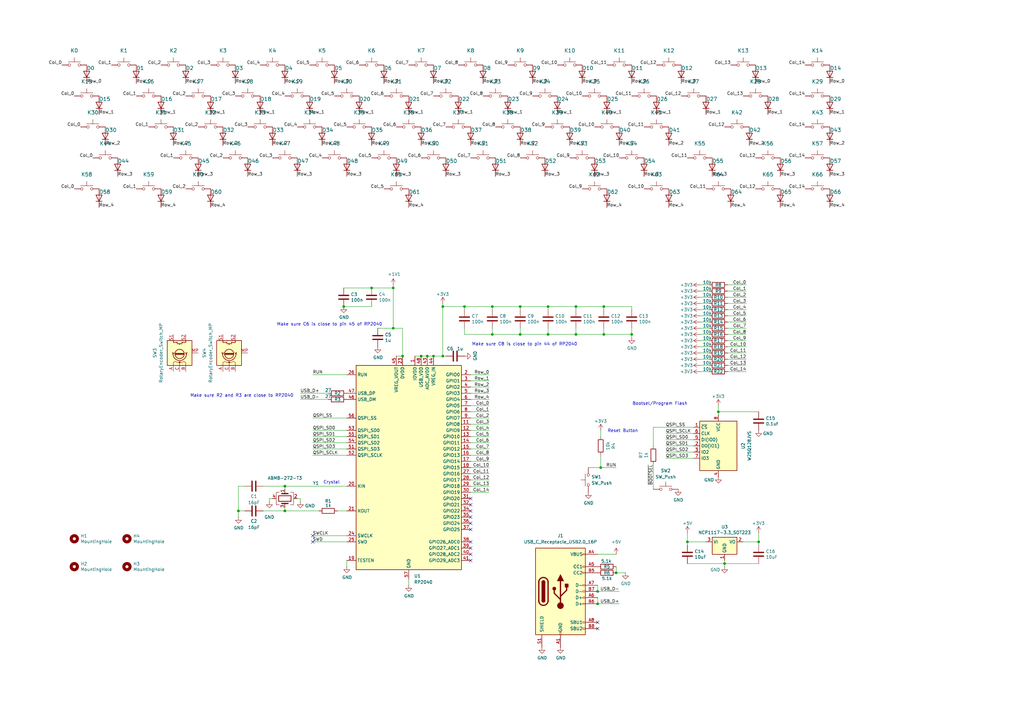
<source format=kicad_sch>
(kicad_sch (version 20231120) (generator "eeschema") (generator_version "8.0")
  (paper "A3")
  (title_block (date "2024-07-03 18:27") (comment 1 "Author: ") (comment 2 "Generated by klepcbgen.py v0.1"))
  (junction (at 161.29 134.62))
  (junction (at 97.79 209.55))
  (junction (at 177.8 146.05))
  (junction (at 236.22 137.16))
  (junction (at 152.4 118.11))
  (junction (at 175.26 146.05))
  (junction (at 172.72 146.05))
  (junction (at 140.97 125.73))
  (junction (at 252.73 234.95))
  (junction (at 224.79 137.16))
  (junction (at 116.84 209.55))
  (junction (at 201.93 125.73))
  (junction (at 247.65 125.73))
  (junction (at 213.36 125.73))
  (junction (at 165.1 146.05))
  (junction (at 247.65 137.16))
  (junction (at 213.36 137.16))
  (junction (at 246.38 191.77))
  (junction (at 224.79 125.73))
  (junction (at 181.61 125.73))
  (junction (at 190.5 125.73))
  (junction (at 201.93 137.16))
  (junction (at 297.18 231.14))
  (junction (at 311.15 222.25))
  (junction (at 245.11 242.57))
  (junction (at 161.29 118.11))
  (junction (at 281.94 222.25))
  (junction (at 116.84 199.39))
  (junction (at 245.11 247.65))
  (junction (at 236.22 125.73))
  (junction (at 259.08 137.16))
  (junction (at 294.64 168.91))
  (junction (at 181.61 146.05))
  (no_connect (at 193.04 214.63))
  (no_connect (at 193.04 217.17))
  (no_connect (at 245.11 257.81))
  (no_connect (at 193.04 212.09))
  (no_connect (at 245.11 255.27))
  (no_connect (at 128.27 222.25))
  (no_connect (at 193.04 229.87))
  (no_connect (at 193.04 207.01))
  (no_connect (at 193.04 224.79))
  (no_connect (at 193.04 209.55))
  (no_connect (at 128.27 219.71))
  (no_connect (at 193.04 204.47))
  (no_connect (at 193.04 227.33))
  (no_connect (at 193.04 222.25))
  (wire (pts (xy 181.61 124.46) (xy 181.61 125.73)))
  (wire (pts (xy 193.04 194.31) (xy 200.66 194.31)))
  (wire (pts (xy 100.33 209.55) (xy 97.79 209.55)))
  (wire (pts (xy 201.93 127) (xy 201.93 125.73)))
  (wire (pts (xy 142.24 229.87) (xy 142.24 232.41)))
  (wire (pts (xy 181.61 125.73) (xy 181.61 146.05)))
  (wire (pts (xy 311.15 222.25) (xy 311.15 223.52)))
  (wire (pts (xy 190.5 127) (xy 190.5 125.73)))
  (wire (pts (xy 177.8 146.05) (xy 181.61 146.05)))
  (wire (pts (xy 273.05 185.42) (xy 284.48 185.42)))
  (wire (pts (xy 123.19 205.74) (xy 123.19 204.47)))
  (wire (pts (xy 161.29 116.84) (xy 161.29 118.11)))
  (wire (pts (xy 236.22 137.16) (xy 224.79 137.16)))
  (wire (pts (xy 190.5 125.73) (xy 201.93 125.73)))
  (wire (pts (xy 298.45 134.62) (xy 306.07 134.62)))
  (wire (pts (xy 298.45 142.24) (xy 306.07 142.24)))
  (wire (pts (xy 311.15 168.91) (xy 294.64 168.91)))
  (wire (pts (xy 193.04 184.15) (xy 200.66 184.15)))
  (wire (pts (xy 193.04 166.37) (xy 200.66 166.37)))
  (wire (pts (xy 247.65 137.16) (xy 259.08 137.16)))
  (wire (pts (xy 298.45 119.38) (xy 306.07 119.38)))
  (wire (pts (xy 241.3 191.77) (xy 246.38 191.77)))
  (wire (pts (xy 140.97 125.73) (xy 152.4 125.73)))
  (wire (pts (xy 213.36 125.73) (xy 224.79 125.73)))
  (wire (pts (xy 201.93 125.73) (xy 213.36 125.73)))
  (wire (pts (xy 193.04 168.91) (xy 200.66 168.91)))
  (wire (pts (xy 213.36 127) (xy 213.36 125.73)))
  (wire (pts (xy 110.49 204.47) (xy 110.49 205.74)))
  (wire (pts (xy 224.79 134.62) (xy 224.79 137.16)))
  (wire (pts (xy 267.97 175.26) (xy 284.48 175.26)))
  (wire (pts (xy 128.27 153.67) (xy 142.24 153.67)))
  (wire (pts (xy 245.11 242.57) (xy 254 242.57)))
  (wire (pts (xy 259.08 134.62) (xy 259.08 137.16)))
  (wire (pts (xy 193.04 153.67) (xy 200.66 153.67)))
  (wire (pts (xy 123.19 161.29) (xy 134.62 161.29)))
  (wire (pts (xy 273.05 187.96) (xy 284.48 187.96)))
  (wire (pts (xy 128.27 181.61) (xy 142.24 181.61)))
  (wire (pts (xy 287.02 137.16) (xy 290.83 137.16)))
  (wire (pts (xy 213.36 134.62) (xy 213.36 137.16)))
  (wire (pts (xy 247.65 127) (xy 247.65 125.73)))
  (wire (pts (xy 193.04 196.85) (xy 200.66 196.85)))
  (wire (pts (xy 224.79 137.16) (xy 213.36 137.16)))
  (wire (pts (xy 252.73 232.41) (xy 252.73 234.95)))
  (wire (pts (xy 193.04 189.23) (xy 200.66 189.23)))
  (wire (pts (xy 162.56 146.05) (xy 165.1 146.05)))
  (wire (pts (xy 297.18 231.14) (xy 311.15 231.14)))
  (wire (pts (xy 256.54 234.95) (xy 252.73 234.95)))
  (wire (pts (xy 273.05 182.88) (xy 284.48 182.88)))
  (wire (pts (xy 142.24 222.25) (xy 128.27 222.25)))
  (wire (pts (xy 267.97 175.26) (xy 267.97 182.88)))
  (wire (pts (xy 273.05 177.8) (xy 284.48 177.8)))
  (wire (pts (xy 193.04 186.69) (xy 200.66 186.69)))
  (wire (pts (xy 97.79 199.39) (xy 97.79 209.55)))
  (wire (pts (xy 297.18 232.41) (xy 297.18 231.14)))
  (wire (pts (xy 193.04 156.21) (xy 200.66 156.21)))
  (wire (pts (xy 224.79 125.73) (xy 236.22 125.73)))
  (wire (pts (xy 298.45 147.32) (xy 306.07 147.32)))
  (wire (pts (xy 161.29 134.62) (xy 165.1 134.62)))
  (wire (pts (xy 246.38 176.53) (xy 246.38 179.07)))
  (wire (pts (xy 287.02 124.46) (xy 290.83 124.46)))
  (wire (pts (xy 193.04 161.29) (xy 200.66 161.29)))
  (wire (pts (xy 281.94 231.14) (xy 297.18 231.14)))
  (wire (pts (xy 246.38 191.77) (xy 252.73 191.77)))
  (wire (pts (xy 247.65 137.16) (xy 236.22 137.16)))
  (wire (pts (xy 298.45 124.46) (xy 306.07 124.46)))
  (wire (pts (xy 298.45 139.7) (xy 306.07 139.7)))
  (wire (pts (xy 193.04 191.77) (xy 200.66 191.77)))
  (wire (pts (xy 116.84 199.39) (xy 142.24 199.39)))
  (wire (pts (xy 287.02 152.4) (xy 290.83 152.4)))
  (wire (pts (xy 287.02 149.86) (xy 290.83 149.86)))
  (wire (pts (xy 201.93 137.16) (xy 190.5 137.16)))
  (wire (pts (xy 236.22 127) (xy 236.22 125.73)))
  (wire (pts (xy 236.22 125.73) (xy 247.65 125.73)))
  (wire (pts (xy 213.36 137.16) (xy 201.93 137.16)))
  (wire (pts (xy 287.02 132.08) (xy 290.83 132.08)))
  (wire (pts (xy 281.94 223.52) (xy 281.94 222.25)))
  (wire (pts (xy 287.02 121.92) (xy 290.83 121.92)))
  (wire (pts (xy 116.84 208.28) (xy 116.84 209.55)))
  (wire (pts (xy 193.04 181.61) (xy 200.66 181.61)))
  (wire (pts (xy 116.84 209.55) (xy 130.81 209.55)))
  (wire (pts (xy 298.45 144.78) (xy 306.07 144.78)))
  (wire (pts (xy 287.02 144.78) (xy 290.83 144.78)))
  (wire (pts (xy 246.38 186.69) (xy 246.38 191.77)))
  (wire (pts (xy 298.45 137.16) (xy 306.07 137.16)))
  (wire (pts (xy 294.64 168.91) (xy 294.64 170.18)))
  (wire (pts (xy 252.73 227.33) (xy 245.11 227.33)))
  (wire (pts (xy 287.02 134.62) (xy 290.83 134.62)))
  (wire (pts (xy 298.45 152.4) (xy 306.07 152.4)))
  (wire (pts (xy 245.11 240.03) (xy 245.11 242.57)))
  (wire (pts (xy 154.94 134.62) (xy 161.29 134.62)))
  (wire (pts (xy 267.97 190.5) (xy 267.97 200.66)))
  (wire (pts (xy 100.33 199.39) (xy 97.79 199.39)))
  (wire (pts (xy 128.27 184.15) (xy 142.24 184.15)))
  (wire (pts (xy 287.02 129.54) (xy 290.83 129.54)))
  (wire (pts (xy 287.02 116.84) (xy 290.83 116.84)))
  (wire (pts (xy 311.15 218.44) (xy 311.15 222.25)))
  (wire (pts (xy 138.43 209.55) (xy 142.24 209.55)))
  (wire (pts (xy 294.64 166.37) (xy 294.64 168.91)))
  (wire (pts (xy 289.56 222.25) (xy 281.94 222.25)))
  (wire (pts (xy 287.02 127) (xy 290.83 127)))
  (wire (pts (xy 297.18 229.87) (xy 297.18 231.14)))
  (wire (pts (xy 281.94 218.44) (xy 281.94 222.25)))
  (wire (pts (xy 123.19 204.47) (xy 121.92 204.47)))
  (wire (pts (xy 128.27 176.53) (xy 142.24 176.53)))
  (wire (pts (xy 193.04 173.99) (xy 200.66 173.99)))
  (wire (pts (xy 193.04 199.39) (xy 200.66 199.39)))
  (wire (pts (xy 193.04 171.45) (xy 200.66 171.45)))
  (wire (pts (xy 142.24 219.71) (xy 128.27 219.71)))
  (wire (pts (xy 111.76 204.47) (xy 110.49 204.47)))
  (wire (pts (xy 287.02 147.32) (xy 290.83 147.32)))
  (wire (pts (xy 287.02 142.24) (xy 290.83 142.24)))
  (wire (pts (xy 152.4 118.11) (xy 161.29 118.11)))
  (wire (pts (xy 170.18 146.05) (xy 172.72 146.05)))
  (wire (pts (xy 181.61 125.73) (xy 190.5 125.73)))
  (wire (pts (xy 236.22 134.62) (xy 236.22 137.16)))
  (wire (pts (xy 287.02 119.38) (xy 290.83 119.38)))
  (wire (pts (xy 247.65 125.73) (xy 259.08 125.73)))
  (wire (pts (xy 193.04 179.07) (xy 200.66 179.07)))
  (wire (pts (xy 193.04 158.75) (xy 200.66 158.75)))
  (wire (pts (xy 245.11 245.11) (xy 245.11 247.65)))
  (wire (pts (xy 175.26 146.05) (xy 177.8 146.05)))
  (wire (pts (xy 193.04 201.93) (xy 200.66 201.93)))
  (wire (pts (xy 193.04 163.83) (xy 200.66 163.83)))
  (wire (pts (xy 259.08 127) (xy 259.08 125.73)))
  (wire (pts (xy 165.1 134.62) (xy 165.1 146.05)))
  (wire (pts (xy 287.02 139.7) (xy 290.83 139.7)))
  (wire (pts (xy 298.45 127) (xy 306.07 127)))
  (wire (pts (xy 273.05 180.34) (xy 284.48 180.34)))
  (wire (pts (xy 181.61 146.05) (xy 182.88 146.05)))
  (wire (pts (xy 140.97 118.11) (xy 152.4 118.11)))
  (wire (pts (xy 298.45 116.84) (xy 306.07 116.84)))
  (wire (pts (xy 107.95 199.39) (xy 116.84 199.39)))
  (wire (pts (xy 247.65 134.62) (xy 247.65 137.16)))
  (wire (pts (xy 298.45 121.92) (xy 306.07 121.92)))
  (wire (pts (xy 142.24 171.45) (xy 128.27 171.45)))
  (wire (pts (xy 245.11 247.65) (xy 254 247.65)))
  (wire (pts (xy 298.45 129.54) (xy 306.07 129.54)))
  (wire (pts (xy 298.45 149.86) (xy 306.07 149.86)))
  (wire (pts (xy 201.93 134.62) (xy 201.93 137.16)))
  (wire (pts (xy 259.08 137.16) (xy 259.08 138.43)))
  (wire (pts (xy 161.29 118.11) (xy 161.29 134.62)))
  (wire (pts (xy 142.24 186.69) (xy 128.27 186.69)))
  (wire (pts (xy 304.8 222.25) (xy 311.15 222.25)))
  (wire (pts (xy 193.04 176.53) (xy 200.66 176.53)))
  (wire (pts (xy 298.45 132.08) (xy 306.07 132.08)))
  (wire (pts (xy 123.19 163.83) (xy 134.62 163.83)))
  (wire (pts (xy 190.5 134.62) (xy 190.5 137.16)))
  (wire (pts (xy 167.64 237.49) (xy 167.64 240.03)))
  (wire (pts (xy 97.79 209.55) (xy 97.79 212.09)))
  (wire (pts (xy 107.95 209.55) (xy 116.84 209.55)))
  (wire (pts (xy 224.79 127) (xy 224.79 125.73)))
  (wire (pts (xy 116.84 200.66) (xy 116.84 199.39)))
  (wire (pts (xy 128.27 179.07) (xy 142.24 179.07)))
  (wire (pts (xy 172.72 146.05) (xy 175.26 146.05)))
  (text "Crystal" (at 132.588 198.628 0) (effects (font (size 1.27 1.27)) (justify left bottom)))
  (text "Bootsel/Program Flash" (at 259.334 166.37 0) (effects (font (size 1.27 1.27)) (justify left bottom)))
  (text "Make sure C8 is close to pin 44 of RP2040" (at 193.548 141.986 0) (effects (font (size 1.27 1.27)) (justify left bottom)))
  (text "Reset Button" (at 249.174 177.546 0) (effects (font (size 1.27 1.27)) (justify left bottom)))
  (text "Make sure R2 and R3 are close to RP2040" (at 77.978 163.068 0) (effects (font (size 1.27 1.27)) (justify left bottom)))
  (text "Make sure C6 is close to pin 45 of RP2040" (at 113.538 133.858 0) (effects (font (size 1.27 1.27)) (justify left bottom)))
  (label "Col_4" (at 132.08 64.77 180))
  (label "Col_2" (at 306.07 121.92 180))
  (label "Row_2" (at 111.76 59.69 0))
  (label "Col_2" (at 81.28 52.07 180))
  (label "Col_1" (at 55.88 39.37 180))
  (label "Row_0" (at 96.52 34.29 0))
  (label "QSPI_SD1" (at 128.27 179.07 0))
  (label "Col_0" (at 30.48 39.37 180))
  (label "Row_0" (at 137.16 34.29 0))
  (label "Col_11" (at 248.92 26.67 180))
  (label "Row_0" (at 116.84 34.29 0))
  (label "Col_0" (at 306.07 116.84 180))
  (label "Row_0" (at 340.36 34.29 0))
  (label "Row_2" (at 91.44 59.69 0))
  (label "Row_4" (at 200.66 163.83 180))
  (label "Row_0" (at 238.76 34.29 0))
  (label "Col_5" (at 127 26.67 180))
  (label "Col_3" (at 101.6 52.07 180))
  (label "QSPI_SCLK" (at 128.27 186.69 0))
  (label "Col_3" (at 86.36 26.67 180))
  (label "Col_0" (at 38.1 64.77 180))
  (label "USB_D-" (at 254 242.57 180))
  (label "Row_0" (at 259.08 34.29 0))
  (label "QSPI_SD3" (at 128.27 184.15 0))
  (label "Row_2" (at 274.32 59.69 0))
  (label "Col_9" (at 238.76 77.47 180))
  (label "Col_12" (at 279.4 39.37 180))
  (label "Col_11" (at 259.08 39.37 180))
  (label "Col_4" (at 306.07 127 180))
  (label "Row_1" (at 269.24 46.99 0))
  (label "Row_4" (at 66.04 85.09 0))
  (label "Col_8" (at 200.66 186.69 180))
  (label "Col_12" (at 200.66 196.85 180))
  (label "Col_7" (at 182.88 52.07 180))
  (label "Row_3" (at 243.84 72.39 0))
  (label "Col_9" (at 223.52 52.07 180))
  (label "Col_12" (at 309.88 77.47 180))
  (label "Col_10" (at 228.6 26.67 180))
  (label "Col_6" (at 172.72 64.77 180))
  (label "Col_14" (at 330.2 64.77 180))
  (label "Row_3" (at 320.04 72.39 0))
  (label "Col_13" (at 304.8 39.37 180))
  (label "Row_1" (at 248.92 46.99 0))
  (label "Col_13" (at 299.72 26.67 180))
  (label "Row_4" (at 248.92 85.09 0))
  (label "Row_0" (at 218.44 34.29 0))
  (label "QSPI_SD3" (at 273.05 187.96 0))
  (label "Col_6" (at 157.48 39.37 180))
  (label "Col_10" (at 254 64.77 180))
  (label "Col_4" (at 116.84 39.37 180))
  (label "QSPI_SS" (at 128.27 171.45 0))
  (label "Row_4" (at 320.04 85.09 0))
  (label "Row_3" (at 162.56 72.39 0))
  (label "Row_3" (at 264.16 72.39 0))
  (label "Row_3" (at 121.92 72.39 0))
  (label "Row_4" (at 167.64 85.09 0))
  (label "Row_2" (at 233.68 59.69 0))
  (label "Row_4" (at 40.64 85.09 0))
  (label "Row_1" (at 289.56 46.99 0))
  (label "Col_6" (at 162.56 52.07 180))
  (label "Col_7" (at 167.64 26.67 180))
  (label "Row_1" (at 147.32 46.99 0))
  (label "Row_3" (at 48.26 72.39 0))
  (label "QSPI_SD0" (at 128.27 176.53 0))
  (label "Col_0" (at 25.4 26.67 180))
  (label "QSPI_SCLK" (at 273.05 177.8 0))
  (label "Col_4" (at 200.66 176.53 180))
  (label "Row_2" (at 340.36 59.69 0))
  (label "Col_1" (at 306.07 119.38 180))
  (label "Row_1" (at 314.96 46.99 0))
  (label "Row_1" (at 106.68 46.99 0))
  (label "Col_6" (at 306.07 132.08 180))
  (label "Row_4" (at 340.36 85.09 0))
  (label "RUN" (at 128.27 153.67 0))
  (label "Col_0" (at 200.66 166.37 180))
  (label "Row_1" (at 340.36 46.99 0))
  (label "Col_3" (at 96.52 39.37 180))
  (label "Row_2" (at 213.36 59.69 0))
  (label "Row_0" (at 177.8 34.29 0))
  (label "Row_0" (at 309.88 34.29 0))
  (label "RUN" (at 252.73 191.77 180))
  (label "Col_1" (at 55.88 77.47 180))
  (label "Col_2" (at 91.44 64.77 180))
  (label "QSPI_SD0" (at 273.05 180.34 0))
  (label "Col_12" (at 306.07 147.32 180))
  (label "Col_11" (at 200.66 194.31 180))
  (label "Row_0" (at 200.66 153.67 180))
  (label "QSPI_SS" (at 273.05 175.26 0))
  (label "Col_1" (at 60.96 52.07 180))
  (label "Col_8" (at 203.2 52.07 180))
  (label "Col_10" (at 243.84 52.07 180))
  (label "Row_2" (at 254 59.69 0))
  (label "Col_1" (at 200.66 168.91 180))
  (label "Col_1" (at 45.72 26.67 180))
  (label "Row_4" (at 86.36 85.09 0))
  (label "Col_11" (at 306.07 144.78 180))
  (label "Col_10" (at 200.66 191.77 180))
  (label "SWD" (at 128.27 222.25 0))
  (label "QSPI_SD1" (at 273.05 182.88 0))
  (label "Col_0" (at 30.48 77.47 180))
  (label "Row_2" (at 193.04 59.69 0))
  (label "Row_1" (at 66.04 46.99 0))
  (label "QSPI_SD2" (at 128.27 181.61 0))
  (label "Row_0" (at 157.48 34.29 0))
  (label "Col_2" (at 76.2 39.37 180))
  (label "Col_3" (at 111.76 64.77 180))
  (label "Col_13" (at 306.07 149.86 180))
  (label "Row_1" (at 40.64 46.99 0))
  (label "Col_9" (at 200.66 189.23 180))
  (label "Row_2" (at 307.34 59.69 0))
  (label "Row_3" (at 142.24 72.39 0))
  (label "Col_14" (at 330.2 26.67 180))
  (label "SWCLK" (at 128.27 219.71 0))
  (label "Col_8" (at 306.07 137.16 180))
  (label "Col_14" (at 200.66 201.93 180))
  (label "Row_2" (at 132.08 59.69 0))
  (label "Col_1" (at 71.12 64.77 180))
  (label "Row_3" (at 340.36 72.39 0))
  (label "Col_13" (at 200.66 199.39 180))
  (label "Row_1" (at 228.6 46.99 0))
  (label "Row_1" (at 187.96 46.99 0))
  (label "Col_7" (at 306.07 134.62 180))
  (label "USB_D-" (at 123.19 163.83 0))
  (label "Col_11" (at 289.56 77.47 180))
  (label "Col_8" (at 198.12 39.37 180))
  (label "Row_3" (at 200.66 161.29 180))
  (label "Col_6" (at 200.66 181.61 180))
  (label "Col_14" (at 306.07 152.4 180))
  (label "Col_9" (at 306.07 139.7 180))
  (label "Col_10" (at 238.76 39.37 180))
  (label "QSPI_SD2" (at 273.05 185.42 0))
  (label "Col_0" (at 33.02 52.07 180))
  (label "Col_5" (at 142.24 52.07 180))
  (label "Col_12" (at 309.88 64.77 180))
  (label "Row_2" (at 172.72 59.69 0))
  (label "Col_8" (at 213.36 64.77 180))
  (label "Row_1" (at 200.66 156.21 180))
  (label "Col_5" (at 137.16 39.37 180))
  (label "Row_3" (at 81.28 72.39 0))
  (label "Col_3" (at 306.07 124.46 180))
  (label "Col_6" (at 147.32 26.67 180))
  (label "Col_5" (at 152.4 64.77 180))
  (label "Col_4" (at 106.68 26.67 180))
  (label "Row_0" (at 55.88 34.29 0))
  (label "Col_11" (at 281.94 64.77 180))
  (label "Col_7" (at 193.04 64.77 180))
  (label "Row_3" (at 203.2 72.39 0))
  (label "Col_7" (at 177.8 39.37 180))
  (label "Col_2" (at 200.66 171.45 180))
  (label "Row_3" (at 101.6 72.39 0))
  (label "Col_8" (at 187.96 26.67 180))
  (label "Col_7" (at 200.66 184.15 180))
  (label "Row_0" (at 279.4 34.29 0))
  (label "Row_2" (at 71.12 59.69 0))
  (label "Row_2" (at 152.4 59.69 0))
  (label "Row_1" (at 127 46.99 0))
  (label "Col_14" (at 330.2 77.47 180))
  (label "USB_D+" (at 123.19 161.29 0))
  (label "Row_4" (at 299.72 85.09 0))
  (label "Col_11" (at 264.16 52.07 180))
  (label "Col_2" (at 66.04 26.67 180))
  (label "Col_9" (at 218.44 39.37 180))
  (label "Col_5" (at 157.48 77.47 180))
  (label "Col_5" (at 200.66 179.07 180))
  (label "Row_2" (at 200.66 158.75 180))
  (label "Col_2" (at 76.2 77.47 180))
  (label "Row_1" (at 167.64 46.99 0))
  (label "Col_10" (at 264.16 77.47 180))
  (label "Row_4" (at 274.32 85.09 0))
  (label "Col_3" (at 200.66 173.99 180))
  (label "Row_1" (at 208.28 46.99 0))
  (label "Col_4" (at 121.92 52.07 180))
  (label "Col_9" (at 208.28 26.67 180))
  (label "Col_5" (at 306.07 129.54 180))
  (label "Col_14" (at 330.2 52.07 180))
  (label "Col_12" (at 297.18 52.07 180))
  (label "Row_2" (at 43.18 59.69 0))
  (label "Row_0" (at 35.56 34.29 0))
  (label "Row_0" (at 76.2 34.29 0))
  (label "Row_1" (at 86.36 46.99 0))
  (label "Col_10" (at 306.07 142.24 180))
  (label "USB_D+" (at 254 247.65 180))
  (label "Row_3" (at 223.52 72.39 0))
  (label "~{BOOTSEL}" (at 267.97 190.5 270))
  (label "Row_3" (at 292.1 72.39 0))
  (label "Col_14" (at 330.2 39.37 180))
  (label "Row_0" (at 198.12 34.29 0))
  (label "Col_9" (at 233.68 64.77 180))
  (label "Col_12" (at 269.24 26.67 180))
  (label "Row_3" (at 182.88 72.39 0))
  (symbol (lib_id "Mechanical:MountingHole") (at 30.48 232.41 0) (unit 1)
    (property "Reference" "H2" (at 33.02 231.2416 0) (effects (justify left)))
    (property "Value" "MountingHole" (at 33.02 233.553 0) (effects (justify left)))
    (property "Footprint" "MountingHole:MountingHole_3.2mm_M3_DIN965" (effects (hide yes)))
  )
  (symbol (lib_id "Mechanical:MountingHole") (at 30.48 220.98 0) (unit 1)
    (property "Reference" "H1" (at 33.02 219.8116 0) (effects (justify left)))
    (property "Value" "MountingHole" (at 33.02 222.123 0) (effects (justify left)))
    (property "Footprint" "MountingHole:MountingHole_3.2mm_M3_DIN965" (effects (hide yes)))
  )
  (symbol (lib_id "Mechanical:MountingHole") (at 52.07 220.98 0) (unit 1)
    (property "Reference" "H4" (at 54.61 219.8116 0) (effects (justify left)))
    (property "Value" "MountingHole" (at 54.61 222.123 0) (effects (justify left)))
    (property "Footprint" "MountingHole:MountingHole_3.2mm_M3_DIN965" (effects (hide yes)))
  )
  (symbol (lib_id "Mechanical:MountingHole") (at 52.07 232.41 0) (unit 1)
    (property "Reference" "H3" (at 54.61 231.2416 0) (effects (justify left)))
    (property "Value" "MountingHole" (at 54.61 233.553 0) (effects (justify left)))
    (property "Footprint" "MountingHole:MountingHole_3.2mm_M3_DIN965" (effects (hide yes)))
  )
  (symbol (lib_id "power:+3V3") (at 287.02 121.92 90) (unit 1)
    (property "Reference" "#PWR022" (effects (hide yes)))
    (property "Value" "+3V3" (at 278.892 121.92 90) (effects (justify right)))
  )
  (symbol (lib_id "Device:C") (at 224.79 130.81 0) (unit 1)
    (property "Reference" "C10" (at 227.711 129.6416 0) (effects (justify left)))
    (property "Value" "100n" (at 227.711 131.953 0) (effects (justify left)))
    (property "Footprint" "Capacitor_SMD:C_0402_1005Metric" (effects (hide yes)))
  )
  (symbol (lib_id "Switch:SW_Push") (at 101.6 39.37 0) (unit 1)
    (property "Reference" "K18" (at 101.6 33.4518 0) (effects (font (size 1.524 1.524))))
    (property "Value" "E" (effects (hide yes)))
    (property "Footprint" "Button_Switch_Keyboard:SW_Cherry_MX_1.00u_PCB" (effects (hide yes)))
  )
  (symbol (lib_id "Regulator_Linear:NCP1117-3.3_SOT223") (at 297.18 222.25 0) (unit 1)
    (property "Reference" "U3" (at 297.18 216.1032 0))
    (property "Value" "NCP1117-3.3_SOT223" (at 297.18 218.4146 0))
    (property "Footprint" "Package_TO_SOT_SMD:SOT-223-3_TabPin2" (effects (hide yes)))
    (property "Datasheet" "http://www.onsemi.com/pub_link/Collateral/NCP1117-D.PDF" (effects (hide yes)))
    (property "Description" "1A Low drop-out regulator, Fixed Output 3.3V, SOT-223" (effects (hide yes)))
  )
  (symbol (lib_id "Switch:SW_Push") (at 198.12 64.77 0) (unit 1)
    (property "Reference" "K51" (at 198.12 58.8518 0) (effects (font (size 1.524 1.524))))
    (property "Value" "M" (effects (hide yes)))
    (property "Footprint" "Button_Switch_Keyboard:SW_Cherry_MX_1.00u_PCB" (effects (hide yes)))
  )
  (symbol (lib_id "Switch:SW_Push") (at 116.84 64.77 0) (unit 1)
    (property "Reference" "K47" (at 116.84 58.8518 0) (effects (font (size 1.524 1.524))))
    (property "Value" "KeyD" (effects (hide yes)))
    (property "Footprint" "Button_Switch_Keyboard:SW_Cherry_MX_1.00u_PCB" (effects (hide yes)))
  )
  (symbol (lib_id "power:+1V1") (at 161.29 116.84 0) (unit 1)
    (property "Reference" "#PWR07" (effects (hide yes)))
    (property "Value" "+1V1" (at 161.671 112.4458 0))
    (property "Description" "Power symbol creates a global label with name \"+1V1\"" (effects (hide yes)))
  )
  (symbol (lib_id "power:+3V3") (at 287.02 134.62 90) (unit 1)
    (property "Reference" "#PWR027" (effects (hide yes)))
    (property "Value" "+3V3" (at 278.892 134.62 90) (effects (justify right)))
  )
  (symbol (lib_id "Device:D") (at 259.08 30.48 90) (unit 1)
    (property "Reference" "D11" (at 259.08 27.94 90) (effects (font (size 1.524 1.524)) (justify right)))
    (property "Value" "1N4148WS" (effects (hide yes)))
    (property "Footprint" "Diode_SMD:D_SOD-323_HandSoldering" (effects (hide yes)))
  )
  (symbol (lib_id "Switch:SW_Push") (at 269.24 77.47 0) (unit 1)
    (property "Reference" "K63" (at 269.24 71.5518 0) (effects (font (size 1.524 1.524))))
    (property "Value" "Ctrl" (effects (hide yes)))
    (property "Footprint" "Button_Switch_Keyboard:SW_Cherry_MX_1.50u_PCB" (effects (hide yes)))
  )
  (symbol (lib_id "power:GND") (at 294.64 195.58 0) (unit 1)
    (property "Reference" "#PWR036" (effects (hide yes)))
    (property "Value" "GND" (at 290.83 196.85 0))
    (property "Description" "Power symbol creates a global label with name \"GND\" , ground" (effects (hide yes)))
  )
  (symbol (lib_id "Device:R") (at 294.64 144.78 270) (unit 1)
    (property "Reference" "R19" (at 294.64 144.78 90))
    (property "Value" "10k" (at 290.068 143.764 90))
    (property "Footprint" "Resistor_SMD:R_0603_1608Metric" (effects (hide yes)))
  )
  (symbol (lib_id "Switch:SW_Push") (at 76.2 64.77 0) (unit 1)
    (property "Reference" "K45" (at 76.2 58.8518 0) (effects (font (size 1.524 1.524))))
    (property "Value" "Z" (effects (hide yes)))
    (property "Footprint" "Button_Switch_Keyboard:SW_Cherry_MX_1.00u_PCB" (effects (hide yes)))
  )
  (symbol (lib_id "Device:C") (at 311.15 227.33 0) (unit 1)
    (property "Reference" "C16" (at 314.071 226.1616 0) (effects (justify left)))
    (property "Value" "10uF" (at 314.071 228.473 0) (effects (justify left)))
    (property "Footprint" "Capacitor_SMD:C_0805_2012Metric" (effects (hide yes)))
  )
  (symbol (lib_id "Switch:SW_Push") (at 228.6 52.07 0) (unit 1)
    (property "Reference" "K39" (at 228.6 46.1518 0) (effects (font (size 1.524 1.524))))
    (property "Value" "L" (effects (hide yes)))
    (property "Footprint" "Button_Switch_Keyboard:SW_Cherry_MX_1.00u_PCB" (effects (hide yes)))
  )
  (symbol (lib_id "power:+3V3") (at 246.38 176.53 0) (unit 1)
    (property "Reference" "#PWR014" (effects (hide yes)))
    (property "Value" "+3V3" (at 248.92 172.72 0) (effects (justify right)))
  )
  (symbol (lib_id "Device:D") (at 314.96 43.18 90) (unit 1)
    (property "Reference" "D28" (at 314.96 40.64 90) (effects (font (size 1.524 1.524)) (justify right)))
    (property "Value" "1N4148WS" (effects (hide yes)))
    (property "Footprint" "Diode_SMD:D_SOD-323_HandSoldering" (effects (hide yes)))
  )
  (symbol (lib_id "power:+3V3") (at 287.02 149.86 90) (unit 1)
    (property "Reference" "#PWR033" (effects (hide yes)))
    (property "Value" "+3V3" (at 278.892 149.86 90) (effects (justify right)))
  )
  (symbol (lib_id "power:GND") (at 256.54 234.95 0) (unit 1)
    (property "Reference" "#PWR016" (effects (hide yes)))
    (property "Value" "GND" (at 256.667 239.3442 0))
    (property "Description" "Power symbol creates a global label with name \"GND\" , ground" (effects (hide yes)))
  )
  (symbol (lib_id "Switch:SW_Push") (at 162.56 39.37 0) (unit 1)
    (property "Reference" "K21" (at 162.56 33.4518 0) (effects (font (size 1.524 1.524))))
    (property "Value" "Y" (effects (hide yes)))
    (property "Footprint" "Button_Switch_Keyboard:SW_Cherry_MX_1.00u_PCB" (effects (hide yes)))
  )
  (symbol (lib_id "Device:R") (at 294.64 116.84 270) (unit 1)
    (property "Reference" "R8" (at 294.64 116.84 90))
    (property "Value" "10k" (at 290.068 115.824 90))
    (property "Footprint" "Resistor_SMD:R_0603_1608Metric" (effects (hide yes)))
  )
  (symbol (lib_id "Device:D") (at 208.28 43.18 90) (unit 1)
    (property "Reference" "D23" (at 208.28 40.64 90) (effects (font (size 1.524 1.524)) (justify right)))
    (property "Value" "1N4148WS" (effects (hide yes)))
    (property "Footprint" "Diode_SMD:D_SOD-323_HandSoldering" (effects (hide yes)))
  )
  (symbol (lib_id "Device:Crystal_GND24") (at 116.84 204.47 270) (unit 1)
    (property "Reference" "Y1" (at 129.54 198.1514 90))
    (property "Value" "ABM8-272-T3" (at 116.84 196.088 90))
    (property "Footprint" "parts:ABM8272T3" (effects (hide yes)))
    (property "Description" "Four pin crystal, GND on pins 2 and 4" (effects (hide yes)))
  )
  (symbol (lib_id "Switch:SW_Push") (at 132.08 26.67 0) (unit 1)
    (property "Reference" "K5" (at 132.08 20.7518 0) (effects (font (size 1.524 1.524))))
    (property "Value" "%,5" (effects (hide yes)))
    (property "Footprint" "Button_Switch_Keyboard:SW_Cherry_MX_1.00u_PCB" (effects (hide yes)))
  )
  (symbol (lib_id "Switch:SW_Push") (at 335.28 26.67 0) (unit 1)
    (property "Reference" "K14" (at 335.28 20.7518 0) (effects (font (size 1.524 1.524))))
    (property "Value" "Home" (effects (hide yes)))
    (property "Footprint" "Button_Switch_Keyboard:SW_Cherry_MX_1.00u_PCB" (effects (hide yes)))
  )
  (symbol (lib_id "Device:D") (at 228.6 43.18 90) (unit 1)
    (property "Reference" "D24" (at 228.6 40.64 90) (effects (font (size 1.524 1.524)) (justify right)))
    (property "Value" "1N4148WS" (effects (hide yes)))
    (property "Footprint" "Diode_SMD:D_SOD-323_HandSoldering" (effects (hide yes)))
  )
  (symbol (lib_id "Switch:SW_Push") (at 182.88 39.37 0) (unit 1)
    (property "Reference" "K22" (at 182.88 33.4518 0) (effects (font (size 1.524 1.524))))
    (property "Value" "U" (effects (hide yes)))
    (property "Footprint" "Button_Switch_Keyboard:SW_Cherry_MX_1.00u_PCB" (effects (hide yes)))
  )
  (symbol (lib_id "Device:D") (at 320.04 68.58 90) (unit 1)
    (property "Reference" "D56" (at 320.04 66.04 90) (effects (font (size 1.524 1.524)) (justify right)))
    (property "Value" "1N4148WS" (effects (hide yes)))
    (property "Footprint" "Diode_SMD:D_SOD-323_HandSoldering" (effects (hide yes)))
  )
  (symbol (lib_id "Switch:SW_Push") (at 96.52 64.77 0) (unit 1)
    (property "Reference" "K46" (at 96.52 58.8518 0) (effects (font (size 1.524 1.524))))
    (property "Value" "X" (effects (hide yes)))
    (property "Footprint" "Button_Switch_Keyboard:SW_Cherry_MX_1.00u_PCB" (effects (hide yes)))
  )
  (symbol (lib_id "Device:D") (at 193.04 55.88 90) (unit 1)
    (property "Reference" "D37" (at 193.04 53.34 90) (effects (font (size 1.524 1.524)) (justify right)))
    (property "Value" "1N4148WS" (effects (hide yes)))
    (property "Footprint" "Diode_SMD:D_SOD-323_HandSoldering" (effects (hide yes)))
  )
  (symbol (lib_id "Device:D") (at 289.56 43.18 90) (unit 1)
    (property "Reference" "D27" (at 289.56 40.64 90) (effects (font (size 1.524 1.524)) (justify right)))
    (property "Value" "1N4148WS" (effects (hide yes)))
    (property "Footprint" "Diode_SMD:D_SOD-323_HandSoldering" (effects (hide yes)))
  )
  (symbol (lib_id "Device:D") (at 96.52 30.48 90) (unit 1)
    (property "Reference" "D3" (at 96.52 27.94 90) (effects (font (size 1.524 1.524)) (justify right)))
    (property "Value" "1N4148WS" (effects (hide yes)))
    (property "Footprint" "Diode_SMD:D_SOD-323_HandSoldering" (effects (hide yes)))
  )
  (symbol (lib_id "power:+3V3") (at 287.02 132.08 90) (unit 1)
    (property "Reference" "#PWR026" (effects (hide yes)))
    (property "Value" "+3V3" (at 278.892 132.08 90) (effects (justify right)))
  )
  (symbol (lib_id "Device:R") (at 248.92 234.95 90) (unit 1)
    (property "Reference" "R6" (at 248.92 234.95 90))
    (property "Value" "5.1k" (at 248.92 237.236 90))
    (property "Footprint" "Resistor_SMD:R_0603_1608Metric" (effects (hide yes)))
    (property "Description" "Resistor" (effects (hide yes)))
  )
  (symbol (lib_id "Device:R") (at 294.64 147.32 270) (unit 1)
    (property "Reference" "R20" (at 294.64 147.32 90))
    (property "Value" "10k" (at 290.068 146.304 90))
    (property "Footprint" "Resistor_SMD:R_0603_1608Metric" (effects (hide yes)))
  )
  (symbol (lib_id "power:GND") (at 167.64 240.03 0) (unit 1)
    (property "Reference" "#PWR08" (effects (hide yes)))
    (property "Value" "GND" (at 167.767 244.4242 0))
    (property "Description" "Power symbol creates a global label with name \"GND\" , ground" (effects (hide yes)))
  )
  (symbol (lib_id "Switch:SW_Push") (at 35.56 39.37 0) (unit 1)
    (property "Reference" "K15" (at 35.56 33.4518 0) (effects (font (size 1.524 1.524))))
    (property "Value" "Tab" (effects (hide yes)))
    (property "Footprint" "Button_Switch_Keyboard:SW_Cherry_MX_1.50u_PCB" (effects (hide yes)))
  )
  (symbol (lib_id "Device:D") (at 35.56 30.48 90) (unit 1)
    (property "Reference" "D0" (at 35.56 27.94 90) (effects (font (size 1.524 1.524)) (justify right)))
    (property "Value" "1N4148WS" (effects (hide yes)))
    (property "Footprint" "Diode_SMD:D_SOD-323_HandSoldering" (effects (hide yes)))
  )
  (symbol (lib_id "Switch:SW_Push") (at 213.36 26.67 0) (unit 1)
    (property "Reference" "K9" (at 213.36 20.7518 0) (effects (font (size 1.524 1.524))))
    (property "Value" "(,9" (effects (hide yes)))
    (property "Footprint" "Button_Switch_Keyboard:SW_Cherry_MX_1.00u_PCB" (effects (hide yes)))
  )
  (symbol (lib_id "Switch:SW_Push") (at 302.26 52.07 0) (unit 1)
    (property "Reference" "K42" (at 302.26 46.1518 0) (effects (font (size 1.524 1.524))))
    (property "Value" "Enter" (effects (hide yes)))
    (property "Footprint" "Button_Switch_Keyboard:SW_Cherry_MX_2.25u_PCB" (effects (hide yes)))
  )
  (symbol (lib_id "Connector:USB_C_Receptacle_USB2.0_16P") (at 229.87 242.57 0) (unit 1)
    (property "Reference" "J1" (at 229.87 219.71 0))
    (property "Value" "USB_C_Receptacle_USB2.0_16P" (at 229.87 222.25 0))
    (property "Footprint" "Connector_USB:USB_C_Receptacle_G-Switch_GT-USB-7010ASV" (effects (hide yes)))
    (property "Datasheet" "https://www.usb.org/sites/default/files/documents/usb_type-c.zip" (effects (hide yes)))
    (property "Description" "USB 2.0-only 16P Type-C Receptacle connector" (effects (hide yes)))
  )
  (symbol (lib_id "Device:D") (at 147.32 43.18 90) (unit 1)
    (property "Reference" "D20" (at 147.32 40.64 90) (effects (font (size 1.524 1.524)) (justify right)))
    (property "Value" "1N4148WS" (effects (hide yes)))
    (property "Footprint" "Diode_SMD:D_SOD-323_HandSoldering" (effects (hide yes)))
  )
  (symbol (lib_id "Device:R") (at 294.64 124.46 270) (unit 1)
    (property "Reference" "R11" (at 294.64 124.46 90))
    (property "Value" "10k" (at 290.068 123.444 90))
    (property "Footprint" "Resistor_SMD:R_0603_1608Metric" (effects (hide yes)))
  )
  (symbol (lib_id "power:+3V3") (at 287.02 129.54 90) (unit 1)
    (property "Reference" "#PWR025" (effects (hide yes)))
    (property "Value" "+3V3" (at 278.892 129.54 90) (effects (justify right)))
  )
  (symbol (lib_id "Switch:SW_Push") (at 274.32 26.67 0) (unit 1)
    (property "Reference" "K12" (at 274.32 20.7518 0) (effects (font (size 1.524 1.524))))
    (property "Value" "+,=" (effects (hide yes)))
    (property "Footprint" "Button_Switch_Keyboard:SW_Cherry_MX_1.00u_PCB" (effects (hide yes)))
  )
  (symbol (lib_id "Device:D") (at 340.36 43.18 90) (unit 1)
    (property "Reference" "D29" (at 340.36 40.64 90) (effects (font (size 1.524 1.524)) (justify right)))
    (property "Value" "1N4148WS" (effects (hide yes)))
    (property "Footprint" "Diode_SMD:D_SOD-323_HandSoldering" (effects (hide yes)))
  )
  (symbol (lib_id "power:GND") (at 241.3 201.93 0) (unit 1)
    (property "Reference" "#PWR013" (effects (hide yes)))
    (property "Value" "GND" (at 241.427 206.3242 0))
    (property "Description" "Power symbol creates a global label with name \"GND\" , ground" (effects (hide yes)))
  )
  (symbol (lib_id "Switch:SW_Push") (at 335.28 39.37 0) (unit 1)
    (property "Reference" "K29" (at 335.28 33.4518 0) (effects (font (size 1.524 1.524))))
    (property "Value" "PgUp" (effects (hide yes)))
    (property "Footprint" "Button_Switch_Keyboard:SW_Cherry_MX_1.00u_PCB" (effects (hide yes)))
  )
  (symbol (lib_id "Device:D") (at 292.1 68.58 90) (unit 1)
    (property "Reference" "D55" (at 292.1 66.04 90) (effects (font (size 1.524 1.524)) (justify right)))
    (property "Value" "1N4148WS" (effects (hide yes)))
    (property "Footprint" "Diode_SMD:D_SOD-323_HandSoldering" (effects (hide yes)))
  )
  (symbol (lib_id "Device:C") (at 259.08 130.81 0) (unit 1)
    (property "Reference" "C13" (at 262.001 129.6416 0) (effects (justify left)))
    (property "Value" "100n" (at 262.001 131.953 0) (effects (justify left)))
    (property "Footprint" "Capacitor_SMD:C_0402_1005Metric" (effects (hide yes)))
  )
  (symbol (lib_id "Device:D") (at 81.28 68.58 90) (unit 1)
    (property "Reference" "D45" (at 81.28 66.04 90) (effects (font (size 1.524 1.524)) (justify right)))
    (property "Value" "1N4148WS" (effects (hide yes)))
    (property "Footprint" "Diode_SMD:D_SOD-323_HandSoldering" (effects (hide yes)))
  )
  (symbol (lib_id "Device:D") (at 172.72 55.88 90) (unit 1)
    (property "Reference" "D36" (at 172.72 53.34 90) (effects (font (size 1.524 1.524)) (justify right)))
    (property "Value" "1N4148WS" (effects (hide yes)))
    (property "Footprint" "Diode_SMD:D_SOD-323_HandSoldering" (effects (hide yes)))
  )
  (symbol (lib_id "Device:D") (at 340.36 68.58 90) (unit 1)
    (property "Reference" "D57" (at 340.36 66.04 90) (effects (font (size 1.524 1.524)) (justify right)))
    (property "Value" "1N4148WS" (effects (hide yes)))
    (property "Footprint" "Diode_SMD:D_SOD-323_HandSoldering" (effects (hide yes)))
  )
  (symbol (lib_id "power:+3V3") (at 287.02 119.38 90) (unit 1)
    (property "Reference" "#PWR021" (effects (hide yes)))
    (property "Value" "+3V3" (at 278.892 119.38 90) (effects (justify right)))
  )
  (symbol (lib_id "Device:D") (at 40.64 81.28 90) (unit 1)
    (property "Reference" "D58" (at 40.64 78.74 90) (effects (font (size 1.524 1.524)) (justify right)))
    (property "Value" "1N4148WS" (effects (hide yes)))
    (property "Footprint" "Diode_SMD:D_SOD-323_HandSoldering" (effects (hide yes)))
  )
  (symbol (lib_id "Device:R") (at 294.64 121.92 270) (unit 1)
    (property "Reference" "R10" (at 294.64 121.92 90))
    (property "Value" "10k" (at 290.068 120.904 90))
    (property "Footprint" "Resistor_SMD:R_0603_1608Metric" (effects (hide yes)))
  )
  (symbol (lib_id "power:+3V3") (at 287.02 152.4 90) (unit 1)
    (property "Reference" "#PWR034" (effects (hide yes)))
    (property "Value" "+3V3" (at 278.892 152.4 90) (effects (justify right)))
  )
  (symbol (lib_id "Device:D") (at 299.72 81.28 90) (unit 1)
    (property "Reference" "D64" (at 299.72 78.74 90) (effects (font (size 1.524 1.524)) (justify right)))
    (property "Value" "1N4148WS" (effects (hide yes)))
    (property "Footprint" "Diode_SMD:D_SOD-323_HandSoldering" (effects (hide yes)))
  )
  (symbol (lib_id "Device:R") (at 294.64 152.4 270) (unit 1)
    (property "Reference" "R22" (at 294.64 152.4 90))
    (property "Value" "10k" (at 290.068 151.384 90))
    (property "Footprint" "Resistor_SMD:R_0603_1608Metric" (effects (hide yes)))
  )
  (symbol (lib_id "Switch:SW_Push") (at 30.48 26.67 0) (unit 1)
    (property "Reference" "K0" (at 30.48 20.7518 0) (effects (font (size 1.524 1.524))))
    (property "Value" "Esc" (effects (hide yes)))
    (property "Footprint" "Button_Switch_Keyboard:SW_Cherry_MX_1.00u_PCB" (effects (hide yes)))
  )
  (symbol (lib_id "Device:D") (at 152.4 55.88 90) (unit 1)
    (property "Reference" "D35" (at 152.4 53.34 90) (effects (font (size 1.524 1.524)) (justify right)))
    (property "Value" "1N4148WS" (effects (hide yes)))
    (property "Footprint" "Diode_SMD:D_SOD-323_HandSoldering" (effects (hide yes)))
  )
  (symbol (lib_id "Switch:SW_Push") (at 137.16 64.77 0) (unit 1)
    (property "Reference" "K48" (at 137.16 58.8518 0) (effects (font (size 1.524 1.524))))
    (property "Value" "V" (effects (hide yes)))
    (property "Footprint" "Button_Switch_Keyboard:SW_Cherry_MX_1.00u_PCB" (effects (hide yes)))
  )
  (symbol (lib_id "power:GND") (at 259.08 138.43 0) (unit 1)
    (property "Reference" "#PWR017" (effects (hide yes)))
    (property "Value" "GND" (at 259.207 142.8242 0))
    (property "Description" "Power symbol creates a global label with name \"GND\" , ground" (effects (hide yes)))
  )
  (symbol (lib_id "Device:D") (at 167.64 81.28 90) (unit 1)
    (property "Reference" "D61" (at 167.64 78.74 90) (effects (font (size 1.524 1.524)) (justify right)))
    (property "Value" "1N4148WS" (effects (hide yes)))
    (property "Footprint" "Diode_SMD:D_SOD-323_HandSoldering" (effects (hide yes)))
  )
  (symbol (lib_id "Switch:SW_Push") (at 203.2 39.37 0) (unit 1)
    (property "Reference" "K23" (at 203.2 33.4518 0) (effects (font (size 1.524 1.524))))
    (property "Value" "I" (effects (hide yes)))
    (property "Footprint" "Button_Switch_Keyboard:SW_Cherry_MX_1.00u_PCB" (effects (hide yes)))
  )
  (symbol (lib_id "Switch:SW_Push") (at 294.64 77.47 0) (unit 1)
    (property "Reference" "K64" (at 294.64 71.5518 0) (effects (font (size 1.524 1.524))))
    (property "Value" "←" (effects (hide yes)))
    (property "Footprint" "Button_Switch_Keyboard:SW_Cherry_MX_1.00u_PCB" (effects (hide yes)))
  )
  (symbol (lib_id "Switch:SW_Push") (at 259.08 64.77 0) (unit 1)
    (property "Reference" "K54" (at 259.08 58.8518 0) (effects (font (size 1.524 1.524))))
    (property "Value" "?,/" (effects (hide yes)))
    (property "Footprint" "Button_Switch_Keyboard:SW_Cherry_MX_1.00u_PCB" (effects (hide yes)))
  )
  (symbol (lib_id "power:+3V3") (at 287.02 139.7 90) (unit 1)
    (property "Reference" "#PWR029" (effects (hide yes)))
    (property "Value" "+3V3" (at 278.892 139.7 90) (effects (justify right)))
  )
  (symbol (lib_id "Switch:SW_Push") (at 50.8 26.67 0) (unit 1)
    (property "Reference" "K1" (at 50.8 20.7518 0) (effects (font (size 1.524 1.524))))
    (property "Value" "!,1" (effects (hide yes)))
    (property "Footprint" "Button_Switch_Keyboard:SW_Cherry_MX_1.00u_PCB" (effects (hide yes)))
  )
  (symbol (lib_id "MCU_RaspberryPi:RP2040") (at 167.64 191.77 0) (unit 1)
    (property "Reference" "U1" (at 169.8341 236.22 0) (effects (justify left)))
    (property "Value" "RP2040" (at 169.8341 238.76 0) (effects (justify left)))
    (property "Footprint" "Package_DFN_QFN:QFN-56-1EP_7x7mm_P0.4mm_EP3.2x3.2mm" (effects (hide yes)))
    (property "Datasheet" "https://datasheets.raspberrypi.com/rp2040/rp2040-datasheet.pdf" (effects (hide yes)))
    (property "Description" "A microcontroller by Raspberry Pi" (effects (hide yes)))
  )
  (symbol (lib_id "power:GND") (at 123.19 205.74 0) (unit 1)
    (property "Reference" "#PWR03" (effects (hide yes)))
    (property "Value" "GND" (at 125.095 207.4438 0) (effects (justify left)))
    (property "Description" "Power symbol creates a global label with name \"GND\" , ground" (effects (hide yes)))
  )
  (symbol (lib_id "power:+5V") (at 281.94 218.44 0) (unit 1)
    (property "Reference" "#PWR019" (effects (hide yes)))
    (property "Value" "+5V" (at 281.94 214.63 0))
  )
  (symbol (lib_id "Device:D") (at 243.84 68.58 90) (unit 1)
    (property "Reference" "D53" (at 243.84 66.04 90) (effects (font (size 1.524 1.524)) (justify right)))
    (property "Value" "1N4148WS" (effects (hide yes)))
    (property "Footprint" "Diode_SMD:D_SOD-323_HandSoldering" (effects (hide yes)))
  )
  (symbol (lib_id "Device:C") (at 186.69 146.05 90) (unit 1)
    (property "Reference" "C6" (at 185.928 143.002 90) (effects (justify left)))
    (property "Value" "1u" (at 189.992 143.002 90) (effects (justify left)))
    (property "Footprint" "Capacitor_SMD:C_0402_1005Metric" (effects (hide yes)))
  )
  (symbol (lib_id "Device:D") (at 274.32 81.28 90) (unit 1)
    (property "Reference" "D63" (at 274.32 78.74 90) (effects (font (size 1.524 1.524)) (justify right)))
    (property "Value" "1N4148WS" (effects (hide yes)))
    (property "Footprint" "Diode_SMD:D_SOD-323_HandSoldering" (effects (hide yes)))
  )
  (symbol (lib_id "Device:C") (at 247.65 130.81 0) (unit 1)
    (property "Reference" "C12" (at 250.571 129.6416 0) (effects (justify left)))
    (property "Value" "100n" (at 250.571 131.953 0) (effects (justify left)))
    (property "Footprint" "Capacitor_SMD:C_0402_1005Metric" (effects (hide yes)))
  )
  (symbol (lib_id "power:GND") (at 222.25 265.43 0) (unit 1)
    (property "Reference" "#PWR011" (effects (hide yes)))
    (property "Value" "GND" (at 222.377 269.8242 0))
    (property "Description" "Power symbol creates a global label with name \"GND\" , ground" (effects (hide yes)))
  )
  (symbol (lib_id "Switch:SW_Push") (at 35.56 77.47 0) (unit 1)
    (property "Reference" "K58" (at 35.56 71.5518 0) (effects (font (size 1.524 1.524))))
    (property "Value" "Ctrl" (effects (hide yes)))
    (property "Footprint" "Button_Switch_Keyboard:SW_Cherry_MX_1.50u_PCB" (effects (hide yes)))
  )
  (symbol (lib_id "Device:D") (at 309.88 30.48 90) (unit 1)
    (property "Reference" "D13" (at 309.88 27.94 90) (effects (font (size 1.524 1.524)) (justify right)))
    (property "Value" "1N4148WS" (effects (hide yes)))
    (property "Footprint" "Diode_SMD:D_SOD-323_HandSoldering" (effects (hide yes)))
  )
  (symbol (lib_id "Device:D") (at 55.88 30.48 90) (unit 1)
    (property "Reference" "D1" (at 55.88 27.94 90) (effects (font (size 1.524 1.524)) (justify right)))
    (property "Value" "1N4148WS" (effects (hide yes)))
    (property "Footprint" "Diode_SMD:D_SOD-323_HandSoldering" (effects (hide yes)))
  )
  (symbol (lib_id "Device:R") (at 294.64 139.7 270) (unit 1)
    (property "Reference" "R17" (at 294.64 139.7 90))
    (property "Value" "10k" (at 290.068 138.684 90))
    (property "Footprint" "Resistor_SMD:R_0603_1608Metric" (effects (hide yes)))
  )
  (symbol (lib_id "Switch:SW_Push") (at 177.8 64.77 0) (unit 1)
    (property "Reference" "K50" (at 177.8 58.8518 0) (effects (font (size 1.524 1.524))))
    (property "Value" "N" (effects (hide yes)))
    (property "Footprint" "Button_Switch_Keyboard:SW_Cherry_MX_1.00u_PCB" (effects (hide yes)))
  )
  (symbol (lib_id "Device:RotaryEncoder_Switch_MP") (at 93.98 144.78 90) (unit 1)
    (property "Reference" "SW4" (at 83.82 144.78 0))
    (property "Value" "RotaryEncoder_Switch_MP" (at 86.36 144.78 0))
    (property "Footprint" "Rotary_Encoder:RotaryEncoder_Alps_EC11E-Switch_Vertical_H20mm" (effects (hide yes)))
    (property "Description" "Rotary encoder, dual channel, incremental quadrate outputs, with switch and MP Pin" (effects (hide yes)))
  )
  (symbol (lib_id "Switch:SW_Push") (at 162.56 77.47 0) (unit 1)
    (property "Reference" "K61" (at 162.56 71.5518 0) (effects (font (size 1.524 1.524))))
    (property "Value" "Blank" (effects (hide yes)))
    (property "Footprint" "Button_Switch_Keyboard:SW_Cherry_MX_6.25u_PCB" (effects (hide yes)))
  )
  (symbol (lib_id "Device:D") (at 167.64 43.18 90) (unit 1)
    (property "Reference" "D21" (at 167.64 40.64 90) (effects (font (size 1.524 1.524)) (justify right)))
    (property "Value" "1N4148WS" (effects (hide yes)))
    (property "Footprint" "Diode_SMD:D_SOD-323_HandSoldering" (effects (hide yes)))
  )
  (symbol (lib_id "Switch:SW_Push") (at 269.24 52.07 0) (unit 1)
    (property "Reference" "K41" (at 269.24 46.1518 0) (effects (font (size 1.524 1.524))))
    (property "Value" "\",'" (effects (hide yes)))
    (property "Footprint" "Button_Switch_Keyboard:SW_Cherry_MX_1.00u_PCB" (effects (hide yes)))
  )
  (symbol (lib_id "Switch:SW_Push") (at 238.76 64.77 0) (unit 1)
    (property "Reference" "K53" (at 238.76 58.8518 0) (effects (font (size 1.524 1.524))))
    (property "Value" ">,." (effects (hide yes)))
    (property "Footprint" "Button_Switch_Keyboard:SW_Cherry_MX_1.00u_PCB" (effects (hide yes)))
  )
  (symbol (lib_id "Device:R") (at 294.64 137.16 270) (unit 1)
    (property "Reference" "R16" (at 294.64 137.16 90))
    (property "Value" "10k" (at 290.068 136.144 90))
    (property "Footprint" "Resistor_SMD:R_0603_1608Metric" (effects (hide yes)))
  )
  (symbol (lib_id "Switch:SW_Push") (at 335.28 77.47 0) (unit 1)
    (property "Reference" "K66" (at 335.28 71.5518 0) (effects (font (size 1.524 1.524))))
    (property "Value" "→" (effects (hide yes)))
    (property "Footprint" "Button_Switch_Keyboard:SW_Cherry_MX_1.00u_PCB" (effects (hide yes)))
  )
  (symbol (lib_id "Switch:SW_Push") (at 81.28 77.47 0) (unit 1)
    (property "Reference" "K60" (at 81.28 71.5518 0) (effects (font (size 1.524 1.524))))
    (property "Value" "Alt" (effects (hide yes)))
    (property "Footprint" "Button_Switch_Keyboard:SW_Cherry_MX_1.00u_PCB" (effects (hide yes)))
  )
  (symbol (lib_id "Device:D") (at 340.36 55.88 90) (unit 1)
    (property "Reference" "D43" (at 340.36 53.34 90) (effects (font (size 1.524 1.524)) (justify right)))
    (property "Value" "1N4148WS" (effects (hide yes)))
    (property "Footprint" "Diode_SMD:D_SOD-323_HandSoldering" (effects (hide yes)))
  )
  (symbol (lib_id "Switch:SW_Push") (at 264.16 39.37 0) (unit 1)
    (property "Reference" "K26" (at 264.16 33.4518 0) (effects (font (size 1.524 1.524))))
    (property "Value" "{,[" (effects (hide yes)))
    (property "Footprint" "Button_Switch_Keyboard:SW_Cherry_MX_1.00u_PCB" (effects (hide yes)))
  )
  (symbol (lib_id "Switch:SW_Push") (at 193.04 26.67 0) (unit 1)
    (property "Reference" "K8" (at 193.04 20.7518 0) (effects (font (size 1.524 1.524))))
    (property "Value" "*,8" (effects (hide yes)))
    (property "Footprint" "Button_Switch_Keyboard:SW_Cherry_MX_1.00u_PCB" (effects (hide yes)))
  )
  (symbol (lib_id "power:+3V3") (at 287.02 142.24 90) (unit 1)
    (property "Reference" "#PWR030" (effects (hide yes)))
    (property "Value" "+3V3" (at 278.892 142.24 90) (effects (justify right)))
  )
  (symbol (lib_id "Device:D") (at 238.76 30.48 90) (unit 1)
    (property "Reference" "D10" (at 238.76 27.94 90) (effects (font (size 1.524 1.524)) (justify right)))
    (property "Value" "1N4148WS" (effects (hide yes)))
    (property "Footprint" "Diode_SMD:D_SOD-323_HandSoldering" (effects (hide yes)))
  )
  (symbol (lib_id "Device:C") (at 104.14 199.39 270) (unit 1)
    (property "Reference" "C1" (at 104.14 203.5794 90))
    (property "Value" "16pF" (at 104.14 206.1163 90))
    (property "Footprint" "Capacitor_SMD:C_0402_1005Metric" (effects (hide yes)))
  )
  (symbol (lib_id "Device:D") (at 340.36 81.28 90) (unit 1)
    (property "Reference" "D66" (at 340.36 78.74 90) (effects (font (size 1.524 1.524)) (justify right)))
    (property "Value" "1N4148WS" (effects (hide yes)))
    (property "Footprint" "Diode_SMD:D_SOD-323_HandSoldering" (effects (hide yes)))
  )
  (symbol (lib_id "Device:R") (at 246.38 182.88 180) (unit 1)
    (property "Reference" "R4" (at 251.6378 182.88 90))
    (property "Value" "10k" (at 249.3264 182.88 90))
    (property "Footprint" "Resistor_SMD:R_0603_1608Metric" (effects (hide yes)))
  )
  (symbol (lib_id "Device:D") (at 137.16 30.48 90) (unit 1)
    (property "Reference" "D5" (at 137.16 27.94 90) (effects (font (size 1.524 1.524)) (justify right)))
    (property "Value" "1N4148WS" (effects (hide yes)))
    (property "Footprint" "Diode_SMD:D_SOD-323_HandSoldering" (effects (hide yes)))
  )
  (symbol (lib_id "Device:D") (at 274.32 55.88 90) (unit 1)
    (property "Reference" "D41" (at 274.32 53.34 90) (effects (font (size 1.524 1.524)) (justify right)))
    (property "Value" "1N4148WS" (effects (hide yes)))
    (property "Footprint" "Diode_SMD:D_SOD-323_HandSoldering" (effects (hide yes)))
  )
  (symbol (lib_id "Switch:SW_Push") (at 106.68 52.07 0) (unit 1)
    (property "Reference" "K33" (at 106.68 46.1518 0) (effects (font (size 1.524 1.524))))
    (property "Value" "KeyD" (effects (hide yes)))
    (property "Footprint" "Button_Switch_Keyboard:SW_Cherry_MX_1.00u_PCB" (effects (hide yes)))
  )
  (symbol (lib_id "Device:R") (at 294.64 142.24 270) (unit 1)
    (property "Reference" "R18" (at 294.64 142.24 90))
    (property "Value" "10k" (at 290.068 141.224 90))
    (property "Footprint" "Resistor_SMD:R_0603_1608Metric" (effects (hide yes)))
  )
  (symbol (lib_id "Switch:SW_Push") (at 66.04 52.07 0) (unit 1)
    (property "Reference" "K31" (at 66.04 46.1518 0) (effects (font (size 1.524 1.524))))
    (property "Value" "A" (effects (hide yes)))
    (property "Footprint" "Button_Switch_Keyboard:SW_Cherry_MX_1.00u_PCB" (effects (hide yes)))
  )
  (symbol (lib_id "power:GND") (at 110.49 205.74 0) (mirror y) (unit 1)
    (property "Reference" "#PWR02" (effects (hide yes)))
    (property "Value" "GND" (at 110.49 212.09 0))
    (property "Description" "Power symbol creates a global label with name \"GND\" , ground" (effects (hide yes)))
  )
  (symbol (lib_id "Switch:SW_Push") (at 127 52.07 0) (unit 1)
    (property "Reference" "K34" (at 127 46.1518 0) (effects (font (size 1.524 1.524))))
    (property "Value" "F" (effects (hide yes)))
    (property "Footprint" "Button_Switch_Keyboard:SW_Cherry_MX_1.00u_PCB" (effects (hide yes)))
  )
  (symbol (lib_id "Device:C") (at 104.14 209.55 270) (unit 1)
    (property "Reference" "C2" (at 104.14 213.7394 90))
    (property "Value" "16pF" (at 104.14 216.2763 90))
    (property "Footprint" "Capacitor_SMD:C_0402_1005Metric" (effects (hide yes)))
  )
  (symbol (lib_id "Device:D") (at 101.6 68.58 90) (unit 1)
    (property "Reference" "D46" (at 101.6 66.04 90) (effects (font (size 1.524 1.524)) (justify right)))
    (property "Value" "1N4148WS" (effects (hide yes)))
    (property "Footprint" "Diode_SMD:D_SOD-323_HandSoldering" (effects (hide yes)))
  )
  (symbol (lib_id "Device:R") (at 294.64 119.38 270) (unit 1)
    (property "Reference" "R9" (at 294.64 119.38 90))
    (property "Value" "10k" (at 290.068 118.364 90))
    (property "Footprint" "Resistor_SMD:R_0603_1608Metric" (effects (hide yes)))
  )
  (symbol (lib_id "Switch:SW_Push") (at 172.72 26.67 0) (unit 1)
    (property "Reference" "K7" (at 172.72 20.7518 0) (effects (font (size 1.524 1.524))))
    (property "Value" "&,7" (effects (hide yes)))
    (property "Footprint" "Button_Switch_Keyboard:SW_Cherry_MX_1.00u_PCB" (effects (hide yes)))
  )
  (symbol (lib_id "Device:D") (at 66.04 43.18 90) (unit 1)
    (property "Reference" "D16" (at 66.04 40.64 90) (effects (font (size 1.524 1.524)) (justify right)))
    (property "Value" "1N4148WS" (effects (hide yes)))
    (property "Footprint" "Diode_SMD:D_SOD-323_HandSoldering" (effects (hide yes)))
  )
  (symbol (lib_id "Device:D") (at 248.92 43.18 90) (unit 1)
    (property "Reference" "D25" (at 248.92 40.64 90) (effects (font (size 1.524 1.524)) (justify right)))
    (property "Value" "1N4148WS" (effects (hide yes)))
    (property "Footprint" "Diode_SMD:D_SOD-323_HandSoldering" (effects (hide yes)))
  )
  (symbol (lib_id "Switch:SW_Push") (at 254 26.67 0) (unit 1)
    (property "Reference" "K11" (at 254 20.7518 0) (effects (font (size 1.524 1.524))))
    (property "Value" "_,-" (effects (hide yes)))
    (property "Footprint" "Button_Switch_Keyboard:SW_Cherry_MX_1.00u_PCB" (effects (hide yes)))
  )
  (symbol (lib_id "power:GND") (at 190.5 146.05 90) (unit 1)
    (property "Reference" "#PWR010" (effects (hide yes)))
    (property "Value" "GND" (at 194.8942 145.923 0))
    (property "Description" "Power symbol creates a global label with name \"GND\" , ground" (effects (hide yes)))
  )
  (symbol (lib_id "power:GND") (at 140.97 125.73 0) (unit 1)
    (property "Reference" "#PWR04" (effects (hide yes)))
    (property "Value" "GND" (at 141.097 130.1242 0))
    (property "Description" "Power symbol creates a global label with name \"GND\" , ground" (effects (hide yes)))
  )
  (symbol (lib_id "Switch:SW_Push") (at 243.84 39.37 0) (unit 1)
    (property "Reference" "K25" (at 243.84 33.4518 0) (effects (font (size 1.524 1.524))))
    (property "Value" "P" (effects (hide yes)))
    (property "Footprint" "Button_Switch_Keyboard:SW_Cherry_MX_1.00u_PCB" (effects (hide yes)))
  )
  (symbol (lib_id "Switch:SW_Push") (at 314.96 77.47 0) (unit 1)
    (property "Reference" "K65" (at 314.96 71.5518 0) (effects (font (size 1.524 1.524))))
    (property "Value" "↓" (effects (hide yes)))
    (property "Footprint" "Button_Switch_Keyboard:SW_Cherry_MX_1.00u_PCB" (effects (hide yes)))
  )
  (symbol (lib_id "Device:D") (at 223.52 68.58 90) (unit 1)
    (property "Reference" "D52" (at 223.52 66.04 90) (effects (font (size 1.524 1.524)) (justify right)))
    (property "Value" "1N4148WS" (effects (hide yes)))
    (property "Footprint" "Diode_SMD:D_SOD-323_HandSoldering" (effects (hide yes)))
  )
  (symbol (lib_id "Device:R") (at 294.64 149.86 270) (unit 1)
    (property "Reference" "R21" (at 294.64 149.86 90))
    (property "Value" "10k" (at 290.068 148.844 90))
    (property "Footprint" "Resistor_SMD:R_0603_1608Metric" (effects (hide yes)))
  )
  (symbol (lib_id "Device:D") (at 142.24 68.58 90) (unit 1)
    (property "Reference" "D48" (at 142.24 66.04 90) (effects (font (size 1.524 1.524)) (justify right)))
    (property "Value" "1N4148WS" (effects (hide yes)))
    (property "Footprint" "Diode_SMD:D_SOD-323_HandSoldering" (effects (hide yes)))
  )
  (symbol (lib_id "Device:R") (at 294.64 132.08 270) (unit 1)
    (property "Reference" "R14" (at 294.64 132.08 90))
    (property "Value" "10k" (at 290.068 131.064 90))
    (property "Footprint" "Resistor_SMD:R_0603_1608Metric" (effects (hide yes)))
  )
  (symbol (lib_id "Device:C") (at 154.94 138.43 0) (unit 1)
    (property "Reference" "C5" (at 157.861 137.2616 0) (effects (justify left)))
    (property "Value" "1u" (at 157.861 139.573 0) (effects (justify left)))
    (property "Footprint" "Capacitor_SMD:C_0402_1005Metric" (effects (hide yes)))
  )
  (symbol (lib_id "Switch:SW_Push") (at 248.92 52.07 0) (unit 1)
    (property "Reference" "K40" (at 248.92 46.1518 0) (effects (font (size 1.524 1.524))))
    (property "Value" ":,;" (effects (hide yes)))
    (property "Footprint" "Button_Switch_Keyboard:SW_Cherry_MX_1.00u_PCB" (effects (hide yes)))
  )
  (symbol (lib_id "Switch:SW_Push") (at 287.02 64.77 0) (unit 1)
    (property "Reference" "K55" (at 287.02 58.8518 0) (effects (font (size 1.524 1.524))))
    (property "Value" "Shift" (effects (hide yes)))
    (property "Footprint" "Button_Switch_Keyboard:SW_Cherry_MX_1.75u_PCB" (effects (hide yes)))
  )
  (symbol (lib_id "Device:D") (at 86.36 81.28 90) (unit 1)
    (property "Reference" "D60" (at 86.36 78.74 90) (effects (font (size 1.524 1.524)) (justify right)))
    (property "Value" "1N4148WS" (effects (hide yes)))
    (property "Footprint" "Diode_SMD:D_SOD-323_HandSoldering" (effects (hide yes)))
  )
  (symbol (lib_id "Device:D") (at 264.16 68.58 90) (unit 1)
    (property "Reference" "D54" (at 264.16 66.04 90) (effects (font (size 1.524 1.524)) (justify right)))
    (property "Value" "1N4148WS" (effects (hide yes)))
    (property "Footprint" "Diode_SMD:D_SOD-323_HandSoldering" (effects (hide yes)))
  )
  (symbol (lib_id "power:+3V3") (at 181.61 124.46 0) (unit 1)
    (property "Reference" "#PWR09" (effects (hide yes)))
    (property "Value" "+3V3" (at 184.15 120.65 0) (effects (justify right)))
  )
  (symbol (lib_id "Device:C") (at 311.15 172.72 0) (unit 1)
    (property "Reference" "C15" (at 314.071 171.5516 0) (effects (justify left)))
    (property "Value" "0.1uf" (at 314.071 173.863 0) (effects (justify left)))
    (property "Footprint" "Capacitor_SMD:C_0603_1608Metric" (effects (hide yes)))
  )
  (symbol (lib_id "Device:D") (at 279.4 30.48 90) (unit 1)
    (property "Reference" "D12" (at 279.4 27.94 90) (effects (font (size 1.524 1.524)) (justify right)))
    (property "Value" "1N4148WS" (effects (hide yes)))
    (property "Footprint" "Diode_SMD:D_SOD-323_HandSoldering" (effects (hide yes)))
  )
  (symbol (lib_id "Device:R") (at 138.43 161.29 270) (unit 1)
    (property "Reference" "R2" (at 138.43 161.29 90))
    (property "Value" "27" (at 134.62 160.02 90))
    (property "Footprint" "Resistor_SMD:R_0402_1005Metric" (effects (hide yes)))
  )
  (symbol (lib_id "Device:D") (at 213.36 55.88 90) (unit 1)
    (property "Reference" "D38" (at 213.36 53.34 90) (effects (font (size 1.524 1.524)) (justify right)))
    (property "Value" "1N4148WS" (effects (hide yes)))
    (property "Footprint" "Diode_SMD:D_SOD-323_HandSoldering" (effects (hide yes)))
  )
  (symbol (lib_id "Switch:SW_Push") (at 241.3 196.85 90) (unit 1)
    (property "Reference" "SW1" (at 242.57 195.5799 90) (effects (justify right)))
    (property "Value" "SW_Push" (at 242.57 198.1199 90) (effects (justify right)))
    (property "Footprint" "Button_Switch_SMD:SW_Push_1P1T_NO_CK_KMR2" (effects (hide yes)))
    (property "Description" "Push button switch, generic, two pins" (effects (hide yes)))
  )
  (symbol (lib_id "Device:D") (at 157.48 30.48 90) (unit 1)
    (property "Reference" "D6" (at 157.48 27.94 90) (effects (font (size 1.524 1.524)) (justify right)))
    (property "Value" "1N4148WS" (effects (hide yes)))
    (property "Footprint" "Diode_SMD:D_SOD-323_HandSoldering" (effects (hide yes)))
  )
  (symbol (lib_id "Device:C") (at 140.97 121.92 0) (unit 1)
    (property "Reference" "C3" (at 143.891 120.7516 0) (effects (justify left)))
    (property "Value" "100n" (at 143.891 123.063 0) (effects (justify left)))
    (property "Footprint" "Capacitor_SMD:C_0402_1005Metric" (effects (hide yes)))
  )
  (symbol (lib_id "Device:D") (at 162.56 68.58 90) (unit 1)
    (property "Reference" "D49" (at 162.56 66.04 90) (effects (font (size 1.524 1.524)) (justify right)))
    (property "Value" "1N4148WS" (effects (hide yes)))
    (property "Footprint" "Diode_SMD:D_SOD-323_HandSoldering" (effects (hide yes)))
  )
  (symbol (lib_id "Device:R") (at 134.62 209.55 270) (unit 1)
    (property "Reference" "R1" (at 134.62 205.486 90))
    (property "Value" "1k" (at 134.62 207.2894 90))
    (property "Footprint" "Resistor_SMD:R_0402_1005Metric" (effects (hide yes)))
  )
  (symbol (lib_id "power:GND") (at 142.24 232.41 0) (unit 1)
    (property "Reference" "#PWR05" (effects (hide yes)))
    (property "Value" "GND" (at 142.367 236.8042 0))
    (property "Description" "Power symbol creates a global label with name \"GND\" , ground" (effects (hide yes)))
  )
  (symbol (lib_id "Switch:SW_Push") (at 152.4 26.67 0) (unit 1)
    (property "Reference" "K6" (at 152.4 20.7518 0) (effects (font (size 1.524 1.524))))
    (property "Value" "^,6" (effects (hide yes)))
    (property "Footprint" "Button_Switch_Keyboard:SW_Cherry_MX_1.00u_PCB" (effects (hide yes)))
  )
  (symbol (lib_id "Device:D") (at 106.68 43.18 90) (unit 1)
    (property "Reference" "D18" (at 106.68 40.64 90) (effects (font (size 1.524 1.524)) (justify right)))
    (property "Value" "1N4148WS" (effects (hide yes)))
    (property "Footprint" "Diode_SMD:D_SOD-323_HandSoldering" (effects (hide yes)))
  )
  (symbol (lib_id "Device:D") (at 71.12 55.88 90) (unit 1)
    (property "Reference" "D31" (at 71.12 53.34 90) (effects (font (size 1.524 1.524)) (justify right)))
    (property "Value" "1N4148WS" (effects (hide yes)))
    (property "Footprint" "Diode_SMD:D_SOD-323_HandSoldering" (effects (hide yes)))
  )
  (symbol (lib_id "Switch:SW_Push") (at 223.52 39.37 0) (unit 1)
    (property "Reference" "K24" (at 223.52 33.4518 0) (effects (font (size 1.524 1.524))))
    (property "Value" "O" (effects (hide yes)))
    (property "Footprint" "Button_Switch_Keyboard:SW_Cherry_MX_1.00u_PCB" (effects (hide yes)))
  )
  (symbol (lib_id "Device:C") (at 281.94 227.33 0) (unit 1)
    (property "Reference" "C14" (at 284.861 226.1616 0) (effects (justify left)))
    (property "Value" "10uF" (at 284.861 228.473 0) (effects (justify left)))
    (property "Footprint" "Capacitor_SMD:C_0805_2012Metric" (effects (hide yes)))
  )
  (symbol (lib_id "Device:D") (at 127 43.18 90) (unit 1)
    (property "Reference" "D19" (at 127 40.64 90) (effects (font (size 1.524 1.524)) (justify right)))
    (property "Value" "1N4148WS" (effects (hide yes)))
    (property "Footprint" "Diode_SMD:D_SOD-323_HandSoldering" (effects (hide yes)))
  )
  (symbol (lib_id "power:+3V3") (at 287.02 124.46 90) (unit 1)
    (property "Reference" "#PWR023" (effects (hide yes)))
    (property "Value" "+3V3" (at 278.892 124.46 90) (effects (justify right)))
  )
  (symbol (lib_id "Device:D") (at 187.96 43.18 90) (unit 1)
    (property "Reference" "D22" (at 187.96 40.64 90) (effects (font (size 1.524 1.524)) (justify right)))
    (property "Value" "1N4148WS" (effects (hide yes)))
    (property "Footprint" "Diode_SMD:D_SOD-323_HandSoldering" (effects (hide yes)))
  )
  (symbol (lib_id "Device:D") (at 116.84 30.48 90) (unit 1)
    (property "Reference" "D4" (at 116.84 27.94 90) (effects (font (size 1.524 1.524)) (justify right)))
    (property "Value" "1N4148WS" (effects (hide yes)))
    (property "Footprint" "Diode_SMD:D_SOD-323_HandSoldering" (effects (hide yes)))
  )
  (symbol (lib_id "Switch:SW_Push") (at 335.28 64.77 0) (unit 1)
    (property "Reference" "K57" (at 335.28 58.8518 0) (effects (font (size 1.524 1.524))))
    (property "Value" "End" (effects (hide yes)))
    (property "Footprint" "Button_Switch_Keyboard:SW_Cherry_MX_1.00u_PCB" (effects (hide yes)))
  )
  (symbol (lib_id "Switch:SW_Push") (at 60.96 39.37 0) (unit 1)
    (property "Reference" "K16" (at 60.96 33.4518 0) (effects (font (size 1.524 1.524))))
    (property "Value" "Q" (effects (hide yes)))
    (property "Footprint" "Button_Switch_Keyboard:SW_Cherry_MX_1.00u_PCB" (effects (hide yes)))
  )
  (symbol (lib_id "power:GND") (at 278.13 200.66 0) (unit 1)
    (property "Reference" "#PWR018" (effects (hide yes)))
    (property "Value" "GND" (at 278.257 205.0542 0))
    (property "Description" "Power symbol creates a global label with name \"GND\" , ground" (effects (hide yes)))
  )
  (symbol (lib_id "Switch:SW_Push") (at 335.28 52.07 0) (unit 1)
    (property "Reference" "K43" (at 335.28 46.1518 0) (effects (font (size 1.524 1.524))))
    (property "Value" "PgDn" (effects (hide yes)))
    (property "Footprint" "Button_Switch_Keyboard:SW_Cherry_MX_1.00u_PCB" (effects (hide yes)))
  )
  (symbol (lib_id "Switch:SW_Push") (at 71.12 26.67 0) (unit 1)
    (property "Reference" "K2" (at 71.12 20.7518 0) (effects (font (size 1.524 1.524))))
    (property "Value" "@,2" (effects (hide yes)))
    (property "Footprint" "Button_Switch_Keyboard:SW_Cherry_MX_1.00u_PCB" (effects (hide yes)))
  )
  (symbol (lib_id "Device:R") (at 267.97 186.69 0) (unit 1)
    (property "Reference" "R7" (at 262.89 186.69 90))
    (property "Value" "1k" (at 265.0236 186.69 90))
    (property "Footprint" "Resistor_SMD:R_0603_1608Metric" (effects (hide yes)))
  )
  (symbol (lib_id "Switch:SW_Push") (at 314.96 64.77 0) (unit 1)
    (property "Reference" "K56" (at 314.96 58.8518 0) (effects (font (size 1.524 1.524))))
    (property "Value" "↑" (effects (hide yes)))
    (property "Footprint" "Button_Switch_Keyboard:SW_Cherry_MX_1.00u_PCB" (effects (hide yes)))
  )
  (symbol (lib_id "Device:C") (at 236.22 130.81 0) (unit 1)
    (property "Reference" "C11" (at 239.141 129.6416 0) (effects (justify left)))
    (property "Value" "100n" (at 239.141 131.953 0) (effects (justify left)))
    (property "Footprint" "Capacitor_SMD:C_0402_1005Metric" (effects (hide yes)))
  )
  (symbol (lib_id "Device:RotaryEncoder_Switch_MP") (at 73.66 144.78 90) (unit 1)
    (property "Reference" "SW3" (at 63.5 144.78 0))
    (property "Value" "RotaryEncoder_Switch_MP" (at 66.04 144.78 0))
    (property "Footprint" "Rotary_Encoder:RotaryEncoder_Alps_EC11E-Switch_Vertical_H20mm" (effects (hide yes)))
    (property "Description" "Rotary encoder, dual channel, incremental quadrate outputs, with switch and MP Pin" (effects (hide yes)))
  )
  (symbol (lib_id "power:+5V") (at 252.73 227.33 0) (unit 1)
    (property "Reference" "#PWR015" (effects (hide yes)))
    (property "Value" "+5V" (at 252.73 222.25 0))
  )
  (symbol (lib_id "power:+3V3") (at 287.02 116.84 90) (unit 1)
    (property "Reference" "#PWR020" (effects (hide yes)))
    (property "Value" "+3V3" (at 278.892 116.84 90) (effects (justify right)))
  )
  (symbol (lib_id "Device:D") (at 320.04 81.28 90) (unit 1)
    (property "Reference" "D65" (at 320.04 78.74 90) (effects (font (size 1.524 1.524)) (justify right)))
    (property "Value" "1N4148WS" (effects (hide yes)))
    (property "Footprint" "Diode_SMD:D_SOD-323_HandSoldering" (effects (hide yes)))
  )
  (symbol (lib_id "power:+3V3") (at 294.64 166.37 0) (unit 1)
    (property "Reference" "#PWR035" (effects (hide yes)))
    (property "Value" "+3V3" (at 297.18 162.56 0) (effects (justify right)))
  )
  (symbol (lib_id "Device:R") (at 138.43 163.83 270) (unit 1)
    (property "Reference" "R3" (at 138.43 163.83 90))
    (property "Value" "27" (at 134.62 162.56 90))
    (property "Footprint" "Resistor_SMD:R_0402_1005Metric" (effects (hide yes)))
  )
  (symbol (lib_id "power:+3V3") (at 287.02 144.78 90) (unit 1)
    (property "Reference" "#PWR031" (effects (hide yes)))
    (property "Value" "+3V3" (at 278.892 144.78 90) (effects (justify right)))
  )
  (symbol (lib_id "Switch:SW_Push") (at 38.1 52.07 0) (unit 1)
    (property "Reference" "K30" (at 38.1 46.1518 0) (effects (font (size 1.524 1.524))))
    (property "Value" "Caps Lock" (effects (hide yes)))
    (property "Footprint" "Button_Switch_Keyboard:SW_Cherry_MX_1.75u_PCB" (effects (hide yes)))
  )
  (symbol (lib_id "Switch:SW_Push") (at 157.48 64.77 0) (unit 1)
    (property "Reference" "K49" (at 157.48 58.8518 0) (effects (font (size 1.524 1.524))))
    (property "Value" "B" (effects (hide yes)))
    (property "Footprint" "Button_Switch_Keyboard:SW_Cherry_MX_1.00u_PCB" (effects (hide yes)))
  )
  (symbol (lib_id "Device:D") (at 43.18 55.88 90) (unit 1)
    (property "Reference" "D30" (at 43.18 53.34 90) (effects (font (size 1.524 1.524)) (justify right)))
    (property "Value" "1N4148WS" (effects (hide yes)))
    (property "Footprint" "Diode_SMD:D_SOD-323_HandSoldering" (effects (hide yes)))
  )
  (symbol (lib_id "Switch:SW_Push") (at 243.84 77.47 0) (unit 1)
    (property "Reference" "K62" (at 243.84 71.5518 0) (effects (font (size 1.524 1.524))))
    (property "Value" "Alt" (effects (hide yes)))
    (property "Footprint" "Button_Switch_Keyboard:SW_Cherry_MX_1.00u_PCB" (effects (hide yes)))
  )
  (symbol (lib_id "Switch:SW_Push") (at 218.44 64.77 0) (unit 1)
    (property "Reference" "K52" (at 218.44 58.8518 0) (effects (font (size 1.524 1.524))))
    (property "Value" "<,," (effects (hide yes)))
    (property "Footprint" "Button_Switch_Keyboard:SW_Cherry_MX_1.00u_PCB" (effects (hide yes)))
  )
  (symbol (lib_id "Device:D") (at 48.26 68.58 90) (unit 1)
    (property "Reference" "D44" (at 48.26 66.04 90) (effects (font (size 1.524 1.524)) (justify right)))
    (property "Value" "1N4148WS" (effects (hide yes)))
    (property "Footprint" "Diode_SMD:D_SOD-323_HandSoldering" (effects (hide yes)))
  )
  (symbol (lib_id "Device:D") (at 254 55.88 90) (unit 1)
    (property "Reference" "D40" (at 254 53.34 90) (effects (font (size 1.524 1.524)) (justify right)))
    (property "Value" "1N4148WS" (effects (hide yes)))
    (property "Footprint" "Diode_SMD:D_SOD-323_HandSoldering" (effects (hide yes)))
  )
  (symbol (lib_id "Device:D") (at 121.92 68.58 90) (unit 1)
    (property "Reference" "D47" (at 121.92 66.04 90) (effects (font (size 1.524 1.524)) (justify right)))
    (property "Value" "1N4148WS" (effects (hide yes)))
    (property "Footprint" "Diode_SMD:D_SOD-323_HandSoldering" (effects (hide yes)))
  )
  (symbol (lib_id "Switch:SW_Push") (at 111.76 26.67 0) (unit 1)
    (property "Reference" "K4" (at 111.76 20.7518 0) (effects (font (size 1.524 1.524))))
    (property "Value" "$,4" (effects (hide yes)))
    (property "Footprint" "Button_Switch_Keyboard:SW_Cherry_MX_1.00u_PCB" (effects (hide yes)))
  )
  (symbol (lib_id "Device:D") (at 203.2 68.58 90) (unit 1)
    (property "Reference" "D51" (at 203.2 66.04 90) (effects (font (size 1.524 1.524)) (justify right)))
    (property "Value" "1N4148WS" (effects (hide yes)))
    (property "Footprint" "Diode_SMD:D_SOD-323_HandSoldering" (effects (hide yes)))
  )
  (symbol (lib_id "power:GND") (at 229.87 265.43 0) (unit 1)
    (property "Reference" "#PWR012" (effects (hide yes)))
    (property "Value" "GND" (at 229.997 269.8242 0))
    (property "Description" "Power symbol creates a global label with name \"GND\" , ground" (effects (hide yes)))
  )
  (symbol (lib_id "Switch:SW_Push") (at 187.96 52.07 0) (unit 1)
    (property "Reference" "K37" (at 187.96 46.1518 0) (effects (font (size 1.524 1.524))))
    (property "Value" "J" (effects (hide yes)))
    (property "Footprint" "Button_Switch_Keyboard:SW_Cherry_MX_1.00u_PCB" (effects (hide yes)))
  )
  (symbol (lib_id "Device:C") (at 190.5 130.81 0) (unit 1)
    (property "Reference" "C7" (at 193.421 129.6416 0) (effects (justify left)))
    (property "Value" "100n" (at 193.421 131.953 0) (effects (justify left)))
    (property "Footprint" "Capacitor_SMD:C_0402_1005Metric" (effects (hide yes)))
  )
  (symbol (lib_id "Device:D") (at 182.88 68.58 90) (unit 1)
    (property "Reference" "D50" (at 182.88 66.04 90) (effects (font (size 1.524 1.524)) (justify right)))
    (property "Value" "1N4148WS" (effects (hide yes)))
    (property "Footprint" "Diode_SMD:D_SOD-323_HandSoldering" (effects (hide yes)))
  )
  (symbol (lib_id "Device:D") (at 111.76 55.88 90) (unit 1)
    (property "Reference" "D33" (at 111.76 53.34 90) (effects (font (size 1.524 1.524)) (justify right)))
    (property "Value" "1N4148WS" (effects (hide yes)))
    (property "Footprint" "Diode_SMD:D_SOD-323_HandSoldering" (effects (hide yes)))
  )
  (symbol (lib_id "Switch:SW_Push") (at 142.24 39.37 0) (unit 1)
    (property "Reference" "K20" (at 142.24 33.4518 0) (effects (font (size 1.524 1.524))))
    (property "Value" "T" (effects (hide yes)))
    (property "Footprint" "Button_Switch_Keyboard:SW_Cherry_MX_1.00u_PCB" (effects (hide yes)))
  )
  (symbol (lib_id "Device:D") (at 86.36 43.18 90) (unit 1)
    (property "Reference" "D17" (at 86.36 40.64 90) (effects (font (size 1.524 1.524)) (justify right)))
    (property "Value" "1N4148WS" (effects (hide yes)))
    (property "Footprint" "Diode_SMD:D_SOD-323_HandSoldering" (effects (hide yes)))
  )
  (symbol (lib_id "Device:C") (at 213.36 130.81 0) (unit 1)
    (property "Reference" "C9" (at 216.281 129.6416 0) (effects (justify left)))
    (property "Value" "100n" (at 216.281 131.953 0) (effects (justify left)))
    (property "Footprint" "Capacitor_SMD:C_0402_1005Metric" (effects (hide yes)))
  )
  (symbol (lib_id "Device:D") (at 218.44 30.48 90) (unit 1)
    (property "Reference" "D9" (at 218.44 27.94 90) (effects (font (size 1.524 1.524)) (justify right)))
    (property "Value" "1N4148WS" (effects (hide yes)))
    (property "Footprint" "Diode_SMD:D_SOD-323_HandSoldering" (effects (hide yes)))
  )
  (symbol (lib_id "Switch:SW_Push") (at 86.36 52.07 0) (unit 1)
    (property "Reference" "K32" (at 86.36 46.1518 0) (effects (font (size 1.524 1.524))))
    (property "Value" "S" (effects (hide yes)))
    (property "Footprint" "Button_Switch_Keyboard:SW_Cherry_MX_1.00u_PCB" (effects (hide yes)))
  )
  (symbol (lib_id "power:+3V3") (at 287.02 147.32 90) (unit 1)
    (property "Reference" "#PWR032" (effects (hide yes)))
    (property "Value" "+3V3" (at 278.892 147.32 90) (effects (justify right)))
  )
  (symbol (lib_id "Switch:SW_Push") (at 304.8 26.67 0) (unit 1)
    (property "Reference" "K13" (at 304.8 20.7518 0) (effects (font (size 1.524 1.524))))
    (property "Value" "Backspace" (effects (hide yes)))
    (property "Footprint" "Button_Switch_Keyboard:SW_Cherry_MX_2.00u_PCB" (effects (hide yes)))
  )
  (symbol (lib_id "Switch:SW_Push") (at 121.92 39.37 0) (unit 1)
    (property "Reference" "K19" (at 121.92 33.4518 0) (effects (font (size 1.524 1.524))))
    (property "Value" "R" (effects (hide yes)))
    (property "Footprint" "Button_Switch_Keyboard:SW_Cherry_MX_1.00u_PCB" (effects (hide yes)))
  )
  (symbol (lib_id "Device:C") (at 152.4 121.92 0) (unit 1)
    (property "Reference" "C4" (at 155.321 120.7516 0) (effects (justify left)))
    (property "Value" "100n" (at 155.321 123.063 0) (effects (justify left)))
    (property "Footprint" "Capacitor_SMD:C_0402_1005Metric" (effects (hide yes)))
  )
  (symbol (lib_id "power:+3V3") (at 287.02 127 90) (unit 1)
    (property "Reference" "#PWR024" (effects (hide yes)))
    (property "Value" "+3V3" (at 278.892 127 90) (effects (justify right)))
  )
  (symbol (lib_id "power:+3V3") (at 311.15 218.44 0) (unit 1)
    (property "Reference" "#PWR039" (effects (hide yes)))
    (property "Value" "+3V3" (at 313.69 214.63 0) (effects (justify right)))
  )
  (symbol (lib_id "Device:D") (at 66.04 81.28 90) (unit 1)
    (property "Reference" "D59" (at 66.04 78.74 90) (effects (font (size 1.524 1.524)) (justify right)))
    (property "Value" "1N4148WS" (effects (hide yes)))
    (property "Footprint" "Diode_SMD:D_SOD-323_HandSoldering" (effects (hide yes)))
  )
  (symbol (lib_id "Device:D") (at 233.68 55.88 90) (unit 1)
    (property "Reference" "D39" (at 233.68 53.34 90) (effects (font (size 1.524 1.524)) (justify right)))
    (property "Value" "1N4148WS" (effects (hide yes)))
    (property "Footprint" "Diode_SMD:D_SOD-323_HandSoldering" (effects (hide yes)))
  )
  (symbol (lib_id "Switch:SW_Push") (at 91.44 26.67 0) (unit 1)
    (property "Reference" "K3" (at 91.44 20.7518 0) (effects (font (size 1.524 1.524))))
    (property "Value" "#,3" (effects (hide yes)))
    (property "Footprint" "Button_Switch_Keyboard:SW_Cherry_MX_1.00u_PCB" (effects (hide yes)))
  )
  (symbol (lib_id "Device:D") (at 177.8 30.48 90) (unit 1)
    (property "Reference" "D7" (at 177.8 27.94 90) (effects (font (size 1.524 1.524)) (justify right)))
    (property "Value" "1N4148WS" (effects (hide yes)))
    (property "Footprint" "Diode_SMD:D_SOD-323_HandSoldering" (effects (hide yes)))
  )
  (symbol (lib_id "Switch:SW_Push") (at 60.96 77.47 0) (unit 1)
    (property "Reference" "K59" (at 60.96 71.5518 0) (effects (font (size 1.524 1.524))))
    (property "Value" "Cmd" (effects (hide yes)))
    (property "Footprint" "Button_Switch_Keyboard:SW_Cherry_MX_1.00u_PCB" (effects (hide yes)))
  )
  (symbol (lib_id "Device:C") (at 201.93 130.81 0) (unit 1)
    (property "Reference" "C8" (at 204.851 129.6416 0) (effects (justify left)))
    (property "Value" "100n" (at 204.851 131.953 0) (effects (justify left)))
    (property "Footprint" "Capacitor_SMD:C_0402_1005Metric" (effects (hide yes)))
  )
  (symbol (lib_id "Device:D") (at 198.12 30.48 90) (unit 1)
    (property "Reference" "D8" (at 198.12 27.94 90) (effects (font (size 1.524 1.524)) (justify right)))
    (property "Value" "1N4148WS" (effects (hide yes)))
    (property "Footprint" "Diode_SMD:D_SOD-323_HandSoldering" (effects (hide yes)))
  )
  (symbol (lib_id "Device:D") (at 76.2 30.48 90) (unit 1)
    (property "Reference" "D2" (at 76.2 27.94 90) (effects (font (size 1.524 1.524)) (justify right)))
    (property "Value" "1N4148WS" (effects (hide yes)))
    (property "Footprint" "Diode_SMD:D_SOD-323_HandSoldering" (effects (hide yes)))
  )
  (symbol (lib_id "Device:D") (at 248.92 81.28 90) (unit 1)
    (property "Reference" "D62" (at 248.92 78.74 90) (effects (font (size 1.524 1.524)) (justify right)))
    (property "Value" "1N4148WS" (effects (hide yes)))
    (property "Footprint" "Diode_SMD:D_SOD-323_HandSoldering" (effects (hide yes)))
  )
  (symbol (lib_id "Memory_Flash:W25Q128JVS") (at 294.64 182.88 0) (unit 1)
    (property "Reference" "U2" (at 304.8 182.88 90))
    (property "Value" "W25Q128JVS" (at 307.34 182.88 90))
    (property "Footprint" "Package_SO:SOIC-8_5.23x5.23mm_P1.27mm" (effects (hide yes)))
    (property "Datasheet" "http://www.winbond.com/resource-files/w25q128jv_dtr%20revc%2003272018%20plus.pdf" (effects (hide yes)))
    (property "Description" "128Mb Serial Flash Memory, Standard/Dual/Quad SPI, SOIC-8" (effects (hide yes)))
  )
  (symbol (lib_id "Device:D") (at 40.64 43.18 90) (unit 1)
    (property "Reference" "D15" (at 40.64 40.64 90) (effects (font (size 1.524 1.524)) (justify right)))
    (property "Value" "1N4148WS" (effects (hide yes)))
    (property "Footprint" "Diode_SMD:D_SOD-323_HandSoldering" (effects (hide yes)))
  )
  (symbol (lib_id "Switch:SW_Push") (at 309.88 39.37 0) (unit 1)
    (property "Reference" "K28" (at 309.88 33.4518 0) (effects (font (size 1.524 1.524))))
    (property "Value" "|,\\" (effects (hide yes)))
    (property "Footprint" "Button_Switch_Keyboard:SW_Cherry_MX_1.50u_PCB" (effects (hide yes)))
  )
  (symbol (lib_id "Switch:SW_Push") (at 81.28 39.37 0) (unit 1)
    (property "Reference" "K17" (at 81.28 33.4518 0) (effects (font (size 1.524 1.524))))
    (property "Value" "W" (effects (hide yes)))
    (property "Footprint" "Button_Switch_Keyboard:SW_Cherry_MX_1.00u_PCB" (effects (hide yes)))
  )
  (symbol (lib_id "Device:D") (at 91.44 55.88 90) (unit 1)
    (property "Reference" "D32" (at 91.44 53.34 90) (effects (font (size 1.524 1.524)) (justify right)))
    (property "Value" "1N4148WS" (effects (hide yes)))
    (property "Footprint" "Diode_SMD:D_SOD-323_HandSoldering" (effects (hide yes)))
  )
  (symbol (lib_id "Device:D") (at 340.36 30.48 90) (unit 1)
    (property "Reference" "D14" (at 340.36 27.94 90) (effects (font (size 1.524 1.524)) (justify right)))
    (property "Value" "1N4148WS" (effects (hide yes)))
    (property "Footprint" "Diode_SMD:D_SOD-323_HandSoldering" (effects (hide yes)))
  )
  (symbol (lib_id "Device:D") (at 269.24 43.18 90) (unit 1)
    (property "Reference" "D26" (at 269.24 40.64 90) (effects (font (size 1.524 1.524)) (justify right)))
    (property "Value" "1N4148WS" (effects (hide yes)))
    (property "Footprint" "Diode_SMD:D_SOD-323_HandSoldering" (effects (hide yes)))
  )
  (symbol (lib_id "Device:R") (at 294.64 134.62 270) (unit 1)
    (property "Reference" "R15" (at 294.64 134.62 90))
    (property "Value" "10k" (at 290.068 133.604 90))
    (property "Footprint" "Resistor_SMD:R_0603_1608Metric" (effects (hide yes)))
  )
  (symbol (lib_id "Switch:SW_Push") (at 147.32 52.07 0) (unit 1)
    (property "Reference" "K35" (at 147.32 46.1518 0) (effects (font (size 1.524 1.524))))
    (property "Value" "G" (effects (hide yes)))
    (property "Footprint" "Button_Switch_Keyboard:SW_Cherry_MX_1.00u_PCB" (effects (hide yes)))
  )
  (symbol (lib_id "Device:D") (at 132.08 55.88 90) (unit 1)
    (property "Reference" "D34" (at 132.08 53.34 90) (effects (font (size 1.524 1.524)) (justify right)))
    (property "Value" "1N4148WS" (effects (hide yes)))
    (property "Footprint" "Diode_SMD:D_SOD-323_HandSoldering" (effects (hide yes)))
  )
  (symbol (lib_id "power:GND") (at 311.15 176.53 0) (unit 1)
    (property "Reference" "#PWR038" (effects (hide yes)))
    (property "Value" "GND" (at 314.96 177.8 0))
    (property "Description" "Power symbol creates a global label with name \"GND\" , ground" (effects (hide yes)))
  )
  (symbol (lib_id "Device:R") (at 294.64 127 270) (unit 1)
    (property "Reference" "R12" (at 294.64 127 90))
    (property "Value" "10k" (at 290.068 125.984 90))
    (property "Footprint" "Resistor_SMD:R_0603_1608Metric" (effects (hide yes)))
  )
  (symbol (lib_id "Switch:SW_Push") (at 284.48 39.37 0) (unit 1)
    (property "Reference" "K27" (at 284.48 33.4518 0) (effects (font (size 1.524 1.524))))
    (property "Value" "},]" (effects (hide yes)))
    (property "Footprint" "Button_Switch_Keyboard:SW_Cherry_MX_1.00u_PCB" (effects (hide yes)))
  )
  (symbol (lib_id "Switch:SW_Push") (at 233.68 26.67 0) (unit 1)
    (property "Reference" "K10" (at 233.68 20.7518 0) (effects (font (size 1.524 1.524))))
    (property "Value" "),0" (effects (hide yes)))
    (property "Footprint" "Button_Switch_Keyboard:SW_Cherry_MX_1.00u_PCB" (effects (hide yes)))
  )
  (symbol (lib_id "Device:D") (at 307.34 55.88 90) (unit 1)
    (property "Reference" "D42" (at 307.34 53.34 90) (effects (font (size 1.524 1.524)) (justify right)))
    (property "Value" "1N4148WS" (effects (hide yes)))
    (property "Footprint" "Diode_SMD:D_SOD-323_HandSoldering" (effects (hide yes)))
  )
  (symbol (lib_id "Device:R") (at 248.92 232.41 90) (unit 1)
    (property "Reference" "R5" (at 248.92 232.41 90))
    (property "Value" "5.1k" (at 248.666 230.124 90))
    (property "Footprint" "Resistor_SMD:R_0603_1608Metric" (effects (hide yes)))
    (property "Description" "Resistor" (effects (hide yes)))
  )
  (symbol (lib_id "Switch:SW_Push") (at 43.18 64.77 0) (unit 1)
    (property "Reference" "K44" (at 43.18 58.8518 0) (effects (font (size 1.524 1.524))))
    (property "Value" "Shift" (effects (hide yes)))
    (property "Footprint" "Button_Switch_Keyboard:SW_Cherry_MX_2.25u_PCB" (effects (hide yes)))
  )
  (symbol (lib_id "Switch:SW_Push") (at 208.28 52.07 0) (unit 1)
    (property "Reference" "K38" (at 208.28 46.1518 0) (effects (font (size 1.524 1.524))))
    (property "Value" "K" (effects (hide yes)))
    (property "Footprint" "Button_Switch_Keyboard:SW_Cherry_MX_1.00u_PCB" (effects (hide yes)))
  )
  (symbol (lib_id "Switch:SW_Push") (at 167.64 52.07 0) (unit 1)
    (property "Reference" "K36" (at 167.64 46.1518 0) (effects (font (size 1.524 1.524))))
    (property "Value" "H" (effects (hide yes)))
    (property "Footprint" "Button_Switch_Keyboard:SW_Cherry_MX_1.00u_PCB" (effects (hide yes)))
  )
  (symbol (lib_id "power:GND") (at 297.18 232.41 0) (unit 1)
    (property "Reference" "#PWR037" (effects (hide yes)))
    (property "Value" "GND" (at 293.37 233.68 0))
    (property "Description" "Power symbol creates a global label with name \"GND\" , ground" (effects (hide yes)))
  )
  (symbol (lib_id "power:+3V3") (at 287.02 137.16 90) (unit 1)
    (property "Reference" "#PWR028" (effects (hide yes)))
    (property "Value" "+3V3" (at 278.892 137.16 90) (effects (justify right)))
  )
  (symbol (lib_id "Device:R") (at 294.64 129.54 270) (unit 1)
    (property "Reference" "R13" (at 294.64 129.54 90))
    (property "Value" "10k" (at 290.068 128.524 90))
    (property "Footprint" "Resistor_SMD:R_0603_1608Metric" (effects (hide yes)))
  )
  (symbol (lib_id "Switch:SW_Push") (at 273.05 200.66 0) (unit 1)
    (property "Reference" "SW2" (at 273.05 193.04 0))
    (property "Value" "SW_Push" (at 273.05 195.58 0))
    (property "Footprint" "Button_Switch_SMD:SW_Push_1P1T_NO_CK_KMR2" (effects (hide yes)))
    (property "Description" "Push button switch, generic, two pins" (effects (hide yes)))
  )
  (symbol (lib_id "power:GND") (at 97.79 212.09 0) (unit 1)
    (property "Reference" "#PWR01" (effects (hide yes)))
    (property "Value" "GND" (at 97.917 216.4842 0))
    (property "Description" "Power symbol creates a global label with name \"GND\" , ground" (effects (hide yes)))
  )
  (symbol (lib_id "power:GND") (at 154.94 142.24 0) (unit 1)
    (property "Reference" "#PWR06" (effects (hide yes)))
    (property "Value" "GND" (at 155.067 146.6342 0))
    (property "Description" "Power symbol creates a global label with name \"GND\" , ground" (effects (hide yes)))
  )
)
</source>
